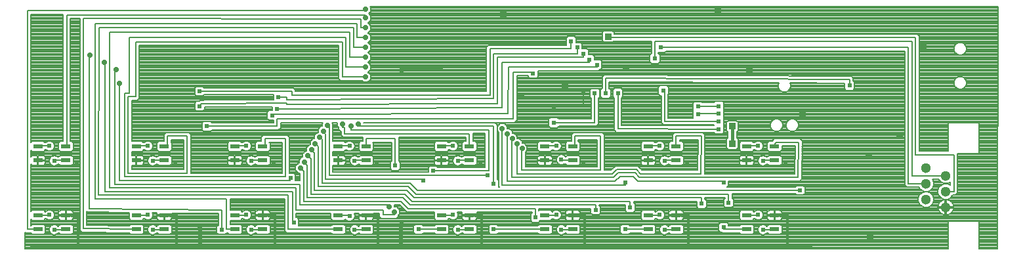
<source format=gbl>
G75*
%MOIN*%
%OFA0B0*%
%FSLAX25Y25*%
%IPPOS*%
%LPD*%
%AMOC8*
5,1,8,0,0,1.08239X$1,22.5*
%
%ADD10C,0.05118*%
%ADD11R,0.04724X0.02362*%
%ADD12C,0.02400*%
%ADD13C,0.01200*%
%ADD14R,0.02381X0.02381*%
%ADD15C,0.02000*%
%ADD16R,0.02184X0.02184*%
%ADD17C,0.00800*%
%ADD18C,0.02381*%
%ADD19R,0.02400X0.02400*%
%ADD20R,0.03169X0.03169*%
%ADD21C,0.01600*%
%ADD22OC8,0.02381*%
D10*
X0461721Y0053600D03*
X0471721Y0049663D03*
X0471721Y0057694D03*
X0461721Y0061631D03*
X0471721Y0065726D03*
X0461721Y0069663D03*
D11*
X0384753Y0073482D03*
X0370580Y0073482D03*
X0370580Y0080568D03*
X0384753Y0080568D03*
X0334753Y0080568D03*
X0320580Y0080568D03*
X0320580Y0073482D03*
X0334753Y0073482D03*
X0282253Y0073482D03*
X0268080Y0073482D03*
X0268080Y0080568D03*
X0282253Y0080568D03*
X0229753Y0080568D03*
X0215580Y0080568D03*
X0215580Y0073482D03*
X0229753Y0073482D03*
X0177253Y0073482D03*
X0163080Y0073482D03*
X0163080Y0080568D03*
X0177253Y0080568D03*
X0124753Y0080568D03*
X0110580Y0080568D03*
X0110580Y0073482D03*
X0124753Y0073482D03*
X0074753Y0073482D03*
X0060580Y0073482D03*
X0060580Y0080568D03*
X0074753Y0080568D03*
X0024753Y0080568D03*
X0010580Y0080568D03*
X0010580Y0073482D03*
X0024753Y0073482D03*
X0024753Y0045568D03*
X0010580Y0045568D03*
X0010580Y0038482D03*
X0024753Y0038482D03*
X0060580Y0038482D03*
X0074753Y0038482D03*
X0074753Y0045568D03*
X0060580Y0045568D03*
X0110580Y0045568D03*
X0124753Y0045568D03*
X0124753Y0038482D03*
X0110580Y0038482D03*
X0163080Y0038482D03*
X0177253Y0038482D03*
X0177253Y0045568D03*
X0163080Y0045568D03*
X0215580Y0045568D03*
X0229753Y0045568D03*
X0229753Y0038482D03*
X0215580Y0038482D03*
X0268080Y0038482D03*
X0282253Y0038482D03*
X0282253Y0045568D03*
X0268080Y0045568D03*
X0320580Y0045568D03*
X0334753Y0045568D03*
X0334753Y0038482D03*
X0320580Y0038482D03*
X0370580Y0038482D03*
X0384753Y0038482D03*
X0384753Y0045568D03*
X0370580Y0045568D03*
D12*
X0391417Y0029525D02*
X0340792Y0029525D01*
X0288292Y0029525D01*
X0235792Y0029525D01*
X0195020Y0029525D01*
X0183292Y0029525D01*
X0130792Y0029525D01*
X0092807Y0029525D01*
X0080792Y0029525D01*
X0030792Y0029525D01*
X0007667Y0029525D01*
X0391417Y0029525D02*
X0402667Y0029525D01*
D13*
X0391417Y0029525D02*
X0391417Y0045775D01*
X0386417Y0045775D01*
X0340792Y0045775D02*
X0340792Y0029525D01*
X0340792Y0045775D02*
X0335167Y0045775D01*
X0288292Y0045775D02*
X0288292Y0029525D01*
X0288292Y0045775D02*
X0283917Y0045775D01*
X0235792Y0045775D02*
X0235792Y0029525D01*
X0235792Y0045775D02*
X0230167Y0045775D01*
X0183292Y0045775D02*
X0183292Y0029525D01*
X0183292Y0045775D02*
X0178917Y0045775D01*
X0130792Y0045775D02*
X0130792Y0029525D01*
X0130792Y0045775D02*
X0126417Y0045775D01*
X0080792Y0045775D02*
X0080792Y0029525D01*
X0030792Y0029525D02*
X0030792Y0045775D01*
X0026417Y0045775D01*
X0076417Y0045775D02*
X0080792Y0045775D01*
D14*
X0195167Y0040775D03*
X0096417Y0090775D03*
X0262042Y0117707D03*
X0287553Y0127689D03*
X0290620Y0124603D03*
X0294542Y0122025D03*
X0284485Y0130775D03*
X0281417Y0133900D03*
D15*
X0215167Y0120440D02*
X0195167Y0120440D01*
X0195167Y0118275D01*
X0195167Y0040775D02*
X0195020Y0040775D01*
X0195020Y0029525D01*
X0092807Y0029525D02*
X0092807Y0039525D01*
X0092667Y0039525D01*
D16*
X0092667Y0039525D03*
X0103917Y0038275D03*
X0140479Y0042025D03*
X0203917Y0038482D03*
X0242042Y0038482D03*
X0263292Y0044525D03*
X0293917Y0048275D03*
X0311417Y0049525D03*
X0308917Y0038482D03*
X0347667Y0051552D03*
X0361417Y0052025D03*
X0358917Y0062337D03*
X0397667Y0058275D03*
X0358917Y0039525D03*
X0308917Y0062337D03*
X0242042Y0061450D03*
X0238917Y0065775D03*
X0211417Y0068275D03*
X0206417Y0063275D03*
X0192042Y0070775D03*
X0138917Y0064525D03*
X0129542Y0096400D03*
X0132042Y0099525D03*
X0132667Y0105520D03*
X0092667Y0108587D03*
X0092667Y0101045D03*
X0195167Y0118275D03*
X0215167Y0120440D03*
D17*
X0004067Y0037058D02*
X0004067Y0028425D01*
X0472876Y0028425D01*
X0472876Y0042328D01*
X0473111Y0042563D01*
X0488442Y0042563D01*
X0488676Y0042328D01*
X0488676Y0028425D01*
X0497957Y0028425D01*
X0498193Y0151625D01*
X0179208Y0151625D01*
X0179616Y0151217D01*
X0179616Y0149083D01*
X0178718Y0148185D01*
X0178826Y0148077D01*
X0178826Y0147632D01*
X0179616Y0146842D01*
X0179616Y0144708D01*
X0178183Y0143275D01*
X0179616Y0141842D01*
X0179616Y0139708D01*
X0178183Y0138275D01*
X0179616Y0136842D01*
X0179616Y0134708D01*
X0178183Y0133275D01*
X0179616Y0131842D01*
X0179616Y0129708D01*
X0178183Y0128275D01*
X0179616Y0126842D01*
X0179616Y0124708D01*
X0178183Y0123275D01*
X0179616Y0121842D01*
X0179616Y0119708D01*
X0178183Y0118275D01*
X0179616Y0116842D01*
X0179616Y0114708D01*
X0178108Y0113200D01*
X0175975Y0113200D01*
X0175185Y0113991D01*
X0164428Y0113991D01*
X0163382Y0115036D01*
X0163382Y0131803D01*
X0061951Y0131803D01*
X0061951Y0105036D01*
X0060906Y0103991D01*
X0058201Y0103991D01*
X0058201Y0083134D01*
X0063516Y0083134D01*
X0064090Y0082559D01*
X0064560Y0082559D01*
X0064958Y0082958D01*
X0065904Y0083350D01*
X0066929Y0083350D01*
X0067875Y0082958D01*
X0068599Y0082234D01*
X0068991Y0081287D01*
X0068991Y0080263D01*
X0068599Y0079316D01*
X0067875Y0078592D01*
X0066929Y0078200D01*
X0065904Y0078200D01*
X0064958Y0078592D01*
X0064560Y0078991D01*
X0064326Y0078991D01*
X0064326Y0078814D01*
X0063516Y0078003D01*
X0058201Y0078003D01*
X0058201Y0076063D01*
X0060389Y0076063D01*
X0060389Y0073672D01*
X0060771Y0073672D01*
X0064342Y0073672D01*
X0064342Y0074847D01*
X0064247Y0075203D01*
X0064063Y0075522D01*
X0063802Y0075783D01*
X0063483Y0075967D01*
X0063127Y0076063D01*
X0060771Y0076063D01*
X0060771Y0073672D01*
X0060771Y0073291D01*
X0064342Y0073291D01*
X0064342Y0072116D01*
X0064247Y0071760D01*
X0064063Y0071441D01*
X0063802Y0071180D01*
X0063483Y0070996D01*
X0063127Y0070901D01*
X0060771Y0070901D01*
X0060771Y0073291D01*
X0060389Y0073291D01*
X0060389Y0070901D01*
X0058201Y0070901D01*
X0058201Y0068809D01*
X0084632Y0068809D01*
X0084632Y0083991D01*
X0078201Y0083991D01*
X0078201Y0082622D01*
X0078500Y0082323D01*
X0078500Y0078814D01*
X0077689Y0078003D01*
X0071818Y0078003D01*
X0071007Y0078814D01*
X0071007Y0082323D01*
X0071818Y0083134D01*
X0074632Y0083134D01*
X0074632Y0086514D01*
X0075678Y0087559D01*
X0087156Y0087559D01*
X0088201Y0086514D01*
X0088201Y0066934D01*
X0134632Y0066934D01*
X0134632Y0082741D01*
X0128082Y0082741D01*
X0128500Y0082323D01*
X0128500Y0078814D01*
X0127689Y0078003D01*
X0121818Y0078003D01*
X0121007Y0078814D01*
X0121007Y0082323D01*
X0121818Y0083134D01*
X0124007Y0083134D01*
X0124007Y0085264D01*
X0125053Y0086309D01*
X0137156Y0086309D01*
X0138201Y0085264D01*
X0138201Y0067001D01*
X0140582Y0067001D01*
X0141393Y0066191D01*
X0141393Y0063184D01*
X0143695Y0063184D01*
X0143695Y0066950D01*
X0142850Y0066950D01*
X0141342Y0068458D01*
X0141342Y0070592D01*
X0142850Y0072100D01*
X0143217Y0072100D01*
X0143217Y0073717D01*
X0144725Y0075225D01*
X0145092Y0075225D01*
X0145092Y0076842D01*
X0146600Y0078350D01*
X0146967Y0078350D01*
X0146967Y0079967D01*
X0148475Y0081475D01*
X0148842Y0081475D01*
X0148842Y0083092D01*
X0150350Y0084600D01*
X0151029Y0084600D01*
X0151029Y0086217D01*
X0152538Y0087725D01*
X0152904Y0087725D01*
X0152904Y0089342D01*
X0154413Y0090850D01*
X0155092Y0090850D01*
X0155092Y0092467D01*
X0155366Y0092741D01*
X0133826Y0092741D01*
X0133826Y0090036D01*
X0132781Y0088991D01*
X0098971Y0088991D01*
X0098181Y0088200D01*
X0094653Y0088200D01*
X0093842Y0089011D01*
X0093842Y0092539D01*
X0094653Y0093350D01*
X0098181Y0093350D01*
X0098971Y0092559D01*
X0130257Y0092559D01*
X0130257Y0093924D01*
X0127876Y0093924D01*
X0127065Y0094734D01*
X0127065Y0098066D01*
X0127876Y0098876D01*
X0129565Y0098876D01*
X0129565Y0100670D01*
X0096084Y0100525D01*
X0096074Y0100515D01*
X0095143Y0100515D01*
X0095143Y0099379D01*
X0094332Y0098569D01*
X0091001Y0098569D01*
X0090190Y0099379D01*
X0090190Y0102710D01*
X0091001Y0103521D01*
X0092439Y0103521D01*
X0092868Y0104022D01*
X0092947Y0104028D01*
X0093003Y0104084D01*
X0093673Y0104084D01*
X0094341Y0104135D01*
X0094402Y0104084D01*
X0094591Y0104084D01*
X0094595Y0104088D01*
X0094599Y0104088D01*
X0094603Y0104091D01*
X0095337Y0104091D01*
X0130190Y0104241D01*
X0130190Y0106803D01*
X0095024Y0106803D01*
X0094332Y0106111D01*
X0091001Y0106111D01*
X0090190Y0106922D01*
X0090190Y0110253D01*
X0091001Y0111064D01*
X0094332Y0111064D01*
X0095024Y0110372D01*
X0140231Y0110372D01*
X0141276Y0109327D01*
X0141276Y0108497D01*
X0238382Y0108497D01*
X0238382Y0130889D01*
X0239428Y0131934D01*
X0279044Y0131934D01*
X0278842Y0132136D01*
X0278842Y0135664D01*
X0279653Y0136475D01*
X0283181Y0136475D01*
X0283991Y0135664D01*
X0283991Y0133350D01*
X0286249Y0133350D01*
X0287059Y0132539D01*
X0287059Y0130264D01*
X0289316Y0130264D01*
X0290127Y0129453D01*
X0290127Y0127177D01*
X0292384Y0127177D01*
X0293195Y0126367D01*
X0293195Y0124600D01*
X0296306Y0124600D01*
X0297116Y0123789D01*
X0297116Y0120261D01*
X0296306Y0119450D01*
X0295740Y0119450D01*
X0295281Y0118991D01*
X0264616Y0118991D01*
X0264616Y0115943D01*
X0263806Y0115132D01*
X0260278Y0115132D01*
X0259467Y0115943D01*
X0259467Y0116491D01*
X0253826Y0116491D01*
X0253826Y0093786D01*
X0252781Y0092741D01*
X0175866Y0092741D01*
X0175866Y0092559D01*
X0242781Y0092559D01*
X0243826Y0091514D01*
X0243826Y0063808D01*
X0244518Y0063116D01*
X0244518Y0060059D01*
X0244922Y0060059D01*
X0244632Y0060348D01*
X0244632Y0087668D01*
X0243842Y0088458D01*
X0243842Y0090592D01*
X0245350Y0092100D01*
X0247483Y0092100D01*
X0248991Y0090592D01*
X0248991Y0089600D01*
X0250058Y0089600D01*
X0251566Y0088092D01*
X0251566Y0087100D01*
X0252558Y0087100D01*
X0254066Y0085592D01*
X0254066Y0084600D01*
X0255058Y0084600D01*
X0256566Y0083092D01*
X0256566Y0082100D01*
X0257558Y0082100D01*
X0259066Y0080592D01*
X0259066Y0078458D01*
X0258201Y0077593D01*
X0258201Y0070372D01*
X0294632Y0070372D01*
X0294632Y0083991D01*
X0285076Y0083991D01*
X0285076Y0083134D01*
X0285189Y0083134D01*
X0286000Y0082323D01*
X0286000Y0078814D01*
X0285189Y0078003D01*
X0279318Y0078003D01*
X0278507Y0078814D01*
X0278507Y0082323D01*
X0279318Y0083134D01*
X0281507Y0083134D01*
X0281507Y0086514D01*
X0282553Y0087559D01*
X0297156Y0087559D01*
X0298201Y0086514D01*
X0298201Y0068497D01*
X0301645Y0068497D01*
X0303832Y0070684D01*
X0315281Y0070684D01*
X0316326Y0069639D01*
X0317468Y0068497D01*
X0345599Y0068497D01*
X0345853Y0083991D01*
X0336538Y0083991D01*
X0336538Y0083134D01*
X0337689Y0083134D01*
X0338500Y0082323D01*
X0338500Y0078814D01*
X0337689Y0078003D01*
X0331818Y0078003D01*
X0331007Y0078814D01*
X0331007Y0082323D01*
X0331818Y0083134D01*
X0332969Y0083134D01*
X0332969Y0086514D01*
X0334014Y0087559D01*
X0346945Y0087559D01*
X0346957Y0087571D01*
X0347681Y0087559D01*
X0348406Y0087559D01*
X0348418Y0087547D01*
X0348435Y0087547D01*
X0348939Y0087026D01*
X0349451Y0086514D01*
X0349451Y0086497D01*
X0349463Y0086485D01*
X0349451Y0085760D01*
X0349451Y0085036D01*
X0349439Y0085024D01*
X0349138Y0066698D01*
X0349138Y0066622D01*
X0394976Y0066622D01*
X0395226Y0080866D01*
X0388500Y0080866D01*
X0388500Y0078814D01*
X0387689Y0078003D01*
X0381818Y0078003D01*
X0381007Y0078814D01*
X0381007Y0082323D01*
X0381818Y0083134D01*
X0383594Y0083134D01*
X0383594Y0083389D01*
X0383799Y0083594D01*
X0383882Y0083871D01*
X0384302Y0084097D01*
X0384639Y0084434D01*
X0384929Y0084434D01*
X0385183Y0084571D01*
X0385640Y0084434D01*
X0396321Y0084434D01*
X0396334Y0084447D01*
X0397057Y0084434D01*
X0397781Y0084434D01*
X0397794Y0084421D01*
X0397812Y0084421D01*
X0398315Y0083900D01*
X0398826Y0083389D01*
X0398826Y0083371D01*
X0398839Y0083358D01*
X0398826Y0082634D01*
X0398826Y0081911D01*
X0398813Y0081898D01*
X0398513Y0064822D01*
X0398513Y0064098D01*
X0398500Y0064086D01*
X0398500Y0064067D01*
X0397980Y0063565D01*
X0397468Y0063053D01*
X0397450Y0063053D01*
X0397437Y0063041D01*
X0396713Y0063053D01*
X0361393Y0063053D01*
X0361393Y0060672D01*
X0360780Y0060059D01*
X0395309Y0060059D01*
X0396001Y0060751D01*
X0399332Y0060751D01*
X0400143Y0059941D01*
X0400143Y0056609D01*
X0399332Y0055799D01*
X0396001Y0055799D01*
X0395309Y0056491D01*
X0363201Y0056491D01*
X0363201Y0054383D01*
X0363893Y0053691D01*
X0363893Y0050359D01*
X0363082Y0049549D01*
X0359751Y0049549D01*
X0358940Y0050359D01*
X0358940Y0053691D01*
X0359632Y0054383D01*
X0359632Y0054616D01*
X0349451Y0054616D01*
X0349451Y0053909D01*
X0350143Y0053217D01*
X0350143Y0049886D01*
X0349332Y0049075D01*
X0346001Y0049075D01*
X0345190Y0049886D01*
X0345190Y0052741D01*
X0313201Y0052741D01*
X0313201Y0051883D01*
X0313893Y0051191D01*
X0313893Y0047859D01*
X0313082Y0047049D01*
X0309751Y0047049D01*
X0308940Y0047859D01*
X0308940Y0050866D01*
X0295701Y0050866D01*
X0295701Y0050633D01*
X0296393Y0049941D01*
X0296393Y0046609D01*
X0295582Y0045799D01*
X0292251Y0045799D01*
X0291440Y0046609D01*
X0291440Y0048991D01*
X0265076Y0048991D01*
X0265076Y0048065D01*
X0265144Y0048134D01*
X0271016Y0048134D01*
X0271797Y0047353D01*
X0271853Y0047353D01*
X0272458Y0047958D01*
X0273404Y0048350D01*
X0274429Y0048350D01*
X0275375Y0047958D01*
X0276099Y0047234D01*
X0276491Y0046287D01*
X0276491Y0045263D01*
X0276099Y0044316D01*
X0275375Y0043592D01*
X0274429Y0043200D01*
X0273404Y0043200D01*
X0272458Y0043592D01*
X0272266Y0043784D01*
X0271797Y0043784D01*
X0271016Y0043003D01*
X0265768Y0043003D01*
X0265768Y0042859D01*
X0264957Y0042049D01*
X0261626Y0042049D01*
X0260815Y0042859D01*
X0260815Y0046191D01*
X0261507Y0046883D01*
X0261507Y0047116D01*
X0233467Y0047116D01*
X0233515Y0046934D01*
X0233515Y0045759D01*
X0229944Y0045759D01*
X0229944Y0045378D01*
X0233515Y0045378D01*
X0233515Y0044203D01*
X0233420Y0043847D01*
X0233236Y0043528D01*
X0232975Y0043267D01*
X0232656Y0043083D01*
X0232300Y0042987D01*
X0229944Y0042987D01*
X0229944Y0045378D01*
X0229563Y0045378D01*
X0229563Y0042987D01*
X0227207Y0042987D01*
X0226851Y0043083D01*
X0226531Y0043267D01*
X0226271Y0043528D01*
X0226086Y0043847D01*
X0225991Y0044203D01*
X0225991Y0045378D01*
X0229563Y0045378D01*
X0229563Y0045759D01*
X0225991Y0045759D01*
X0225991Y0046934D01*
X0226040Y0047116D01*
X0223648Y0047116D01*
X0223991Y0046287D01*
X0223991Y0045263D01*
X0223599Y0044316D01*
X0222875Y0043592D01*
X0221929Y0043200D01*
X0220904Y0043200D01*
X0219958Y0043592D01*
X0219766Y0043784D01*
X0219297Y0043784D01*
X0218516Y0043003D01*
X0212644Y0043003D01*
X0211834Y0043814D01*
X0211834Y0047116D01*
X0198003Y0047116D01*
X0196957Y0048161D01*
X0194253Y0050866D01*
X0191491Y0050866D01*
X0191491Y0049912D01*
X0192796Y0049912D01*
X0194304Y0048404D01*
X0194304Y0046271D01*
X0193513Y0045480D01*
X0193513Y0045036D01*
X0192468Y0043991D01*
X0185053Y0043991D01*
X0184007Y0045036D01*
X0184007Y0046491D01*
X0181015Y0046491D01*
X0181015Y0045759D01*
X0177444Y0045759D01*
X0177444Y0045378D01*
X0181015Y0045378D01*
X0181015Y0044203D01*
X0180920Y0043847D01*
X0180736Y0043528D01*
X0180475Y0043267D01*
X0180156Y0043083D01*
X0179800Y0042987D01*
X0177444Y0042987D01*
X0177444Y0045378D01*
X0177063Y0045378D01*
X0177063Y0042987D01*
X0174707Y0042987D01*
X0174351Y0043083D01*
X0174031Y0043267D01*
X0173771Y0043528D01*
X0173586Y0043847D01*
X0173491Y0044203D01*
X0173491Y0045378D01*
X0177063Y0045378D01*
X0177063Y0045759D01*
X0173491Y0045759D01*
X0173491Y0046491D01*
X0171148Y0046491D01*
X0171491Y0045662D01*
X0171491Y0044638D01*
X0171099Y0043691D01*
X0170375Y0042967D01*
X0169429Y0042575D01*
X0168404Y0042575D01*
X0167458Y0042967D01*
X0166734Y0043691D01*
X0166725Y0043712D01*
X0166016Y0043003D01*
X0160144Y0043003D01*
X0159334Y0043814D01*
X0159334Y0046491D01*
X0141638Y0046491D01*
X0141638Y0044501D01*
X0142145Y0044501D01*
X0142956Y0043691D01*
X0142956Y0040359D01*
X0142862Y0040266D01*
X0159363Y0040266D01*
X0160144Y0041047D01*
X0166016Y0041047D01*
X0166826Y0040236D01*
X0166826Y0036727D01*
X0166016Y0035916D01*
X0160144Y0035916D01*
X0159363Y0036697D01*
X0136928Y0036697D01*
X0135882Y0037743D01*
X0135882Y0053991D01*
X0108201Y0053991D01*
X0108201Y0048134D01*
X0113516Y0048134D01*
X0114297Y0047353D01*
X0114353Y0047353D01*
X0114958Y0047958D01*
X0115904Y0048350D01*
X0116929Y0048350D01*
X0117875Y0047958D01*
X0118599Y0047234D01*
X0118991Y0046287D01*
X0118991Y0045263D01*
X0118599Y0044316D01*
X0117875Y0043592D01*
X0116929Y0043200D01*
X0115904Y0043200D01*
X0114958Y0043592D01*
X0114766Y0043784D01*
X0114297Y0043784D01*
X0113516Y0043003D01*
X0108201Y0043003D01*
X0108201Y0041047D01*
X0113516Y0041047D01*
X0114326Y0040236D01*
X0114326Y0036727D01*
X0113516Y0035916D01*
X0107644Y0035916D01*
X0106863Y0036697D01*
X0106393Y0036697D01*
X0106393Y0036609D01*
X0105582Y0035799D01*
X0102251Y0035799D01*
X0101440Y0036609D01*
X0101440Y0039941D01*
X0102132Y0040633D01*
X0102132Y0046507D01*
X0078515Y0046727D01*
X0078515Y0045759D01*
X0074944Y0045759D01*
X0074944Y0045378D01*
X0078515Y0045378D01*
X0078515Y0044203D01*
X0078420Y0043847D01*
X0078236Y0043528D01*
X0077975Y0043267D01*
X0077656Y0043083D01*
X0077300Y0042987D01*
X0074944Y0042987D01*
X0074944Y0045378D01*
X0074563Y0045378D01*
X0074563Y0042987D01*
X0072207Y0042987D01*
X0071851Y0043083D01*
X0071531Y0043267D01*
X0071271Y0043528D01*
X0071086Y0043847D01*
X0070991Y0044203D01*
X0070991Y0045378D01*
X0074563Y0045378D01*
X0074563Y0045759D01*
X0070991Y0045759D01*
X0070991Y0046797D01*
X0068772Y0046817D01*
X0068991Y0046287D01*
X0068991Y0045263D01*
X0068599Y0044316D01*
X0067875Y0043592D01*
X0066929Y0043200D01*
X0065904Y0043200D01*
X0064958Y0043592D01*
X0064766Y0043784D01*
X0064297Y0043784D01*
X0063516Y0043003D01*
X0057644Y0043003D01*
X0056834Y0043814D01*
X0056834Y0046928D01*
X0036630Y0047116D01*
X0035899Y0047116D01*
X0035893Y0047123D01*
X0035883Y0047123D01*
X0035388Y0047626D01*
X0035388Y0040558D01*
X0056906Y0040309D01*
X0057644Y0041047D01*
X0063516Y0041047D01*
X0064326Y0040236D01*
X0064326Y0036727D01*
X0063516Y0035916D01*
X0057644Y0035916D01*
X0056834Y0036727D01*
X0056834Y0036741D01*
X0033594Y0037010D01*
X0032865Y0037010D01*
X0032857Y0037018D01*
X0032844Y0037019D01*
X0032335Y0037540D01*
X0031820Y0038055D01*
X0031820Y0038067D01*
X0031811Y0038076D01*
X0031820Y0038804D01*
X0031820Y0144726D01*
X0031818Y0144727D01*
X0031820Y0145464D01*
X0031820Y0145553D01*
X0026951Y0145553D01*
X0026951Y0083134D01*
X0027689Y0083134D01*
X0028500Y0082323D01*
X0028500Y0078814D01*
X0027689Y0078003D01*
X0021818Y0078003D01*
X0021007Y0078814D01*
X0021007Y0082323D01*
X0021818Y0083134D01*
X0023382Y0083134D01*
X0023382Y0147741D01*
X0006951Y0147741D01*
X0006951Y0082440D01*
X0007644Y0083134D01*
X0013516Y0083134D01*
X0014090Y0082559D01*
X0014560Y0082559D01*
X0014958Y0082958D01*
X0015904Y0083350D01*
X0016929Y0083350D01*
X0017875Y0082958D01*
X0018599Y0082234D01*
X0018991Y0081287D01*
X0018991Y0080263D01*
X0018599Y0079316D01*
X0017875Y0078592D01*
X0016929Y0078200D01*
X0015904Y0078200D01*
X0014958Y0078592D01*
X0014560Y0078991D01*
X0014326Y0078991D01*
X0014326Y0078814D01*
X0013516Y0078003D01*
X0007644Y0078003D01*
X0006951Y0078697D01*
X0006951Y0075268D01*
X0007098Y0075522D01*
X0007358Y0075783D01*
X0007677Y0075967D01*
X0008034Y0076063D01*
X0010389Y0076063D01*
X0010389Y0073672D01*
X0010771Y0073672D01*
X0014342Y0073672D01*
X0014342Y0074847D01*
X0014247Y0075203D01*
X0014063Y0075522D01*
X0013802Y0075783D01*
X0013483Y0075967D01*
X0013127Y0076063D01*
X0010771Y0076063D01*
X0010771Y0073672D01*
X0010771Y0073291D01*
X0014342Y0073291D01*
X0014342Y0072116D01*
X0014247Y0071760D01*
X0014063Y0071441D01*
X0013802Y0071180D01*
X0013483Y0070996D01*
X0013127Y0070901D01*
X0010771Y0070901D01*
X0010771Y0073291D01*
X0010389Y0073291D01*
X0010389Y0070901D01*
X0008034Y0070901D01*
X0007677Y0070996D01*
X0007358Y0071180D01*
X0007098Y0071441D01*
X0006951Y0071695D01*
X0006951Y0047440D01*
X0007644Y0048134D01*
X0013516Y0048134D01*
X0014297Y0047353D01*
X0014353Y0047353D01*
X0014958Y0047958D01*
X0015904Y0048350D01*
X0016929Y0048350D01*
X0017875Y0047958D01*
X0018599Y0047234D01*
X0018991Y0046287D01*
X0018991Y0045263D01*
X0018599Y0044316D01*
X0017875Y0043592D01*
X0016929Y0043200D01*
X0015904Y0043200D01*
X0014958Y0043592D01*
X0014766Y0043784D01*
X0014297Y0043784D01*
X0013516Y0043003D01*
X0007644Y0043003D01*
X0006951Y0043697D01*
X0006951Y0040353D01*
X0007644Y0041047D01*
X0013516Y0041047D01*
X0014326Y0040236D01*
X0014326Y0036727D01*
X0013516Y0035916D01*
X0007644Y0035916D01*
X0006863Y0036697D01*
X0004428Y0036697D01*
X0004067Y0037058D01*
X0004067Y0036607D02*
X0006954Y0036607D01*
X0005167Y0038482D02*
X0010580Y0038482D01*
X0014326Y0038204D02*
X0016342Y0038204D01*
X0016342Y0037763D02*
X0016734Y0036816D01*
X0017458Y0036092D01*
X0018404Y0035700D01*
X0019429Y0035700D01*
X0020375Y0036092D01*
X0020774Y0036491D01*
X0021243Y0036491D01*
X0021818Y0035916D01*
X0027689Y0035916D01*
X0028500Y0036727D01*
X0028500Y0040236D01*
X0027689Y0041047D01*
X0021818Y0041047D01*
X0021007Y0040236D01*
X0021007Y0040059D01*
X0020774Y0040059D01*
X0020375Y0040458D01*
X0019429Y0040850D01*
X0018404Y0040850D01*
X0017458Y0040458D01*
X0016734Y0039734D01*
X0016342Y0038787D01*
X0016342Y0037763D01*
X0016490Y0037406D02*
X0014326Y0037406D01*
X0014206Y0036607D02*
X0016943Y0036607D01*
X0018143Y0035809D02*
X0004067Y0035809D01*
X0004067Y0035010D02*
X0472876Y0035010D01*
X0472876Y0034212D02*
X0004067Y0034212D01*
X0004067Y0033413D02*
X0472876Y0033413D01*
X0472876Y0032615D02*
X0004067Y0032615D01*
X0004067Y0031816D02*
X0472876Y0031816D01*
X0472876Y0031018D02*
X0004067Y0031018D01*
X0004067Y0030219D02*
X0472876Y0030219D01*
X0472876Y0029421D02*
X0004067Y0029421D01*
X0004067Y0028622D02*
X0472876Y0028622D01*
X0488676Y0028622D02*
X0497958Y0028622D01*
X0497959Y0029421D02*
X0488676Y0029421D01*
X0488676Y0030219D02*
X0497961Y0030219D01*
X0497962Y0031018D02*
X0488676Y0031018D01*
X0488676Y0031816D02*
X0497964Y0031816D01*
X0497965Y0032615D02*
X0488676Y0032615D01*
X0488676Y0033413D02*
X0497967Y0033413D01*
X0497968Y0034212D02*
X0488676Y0034212D01*
X0488676Y0035010D02*
X0497970Y0035010D01*
X0497971Y0035809D02*
X0488676Y0035809D01*
X0488676Y0036607D02*
X0497973Y0036607D01*
X0497975Y0037406D02*
X0488676Y0037406D01*
X0488676Y0038204D02*
X0497976Y0038204D01*
X0497978Y0039003D02*
X0488676Y0039003D01*
X0488676Y0039801D02*
X0497979Y0039801D01*
X0497981Y0040600D02*
X0488676Y0040600D01*
X0488676Y0041398D02*
X0497982Y0041398D01*
X0497984Y0042197D02*
X0488676Y0042197D01*
X0497985Y0042995D02*
X0387330Y0042995D01*
X0387300Y0042987D02*
X0387656Y0043083D01*
X0387975Y0043267D01*
X0388236Y0043528D01*
X0388420Y0043847D01*
X0388515Y0044203D01*
X0388515Y0045378D01*
X0384944Y0045378D01*
X0384944Y0045759D01*
X0388515Y0045759D01*
X0388515Y0046934D01*
X0388420Y0047290D01*
X0388236Y0047609D01*
X0387975Y0047870D01*
X0387656Y0048054D01*
X0387300Y0048149D01*
X0384944Y0048149D01*
X0384944Y0045759D01*
X0384563Y0045759D01*
X0384563Y0048149D01*
X0382207Y0048149D01*
X0381851Y0048054D01*
X0381531Y0047870D01*
X0381271Y0047609D01*
X0381086Y0047290D01*
X0380991Y0046934D01*
X0380991Y0045759D01*
X0384563Y0045759D01*
X0384563Y0045378D01*
X0384944Y0045378D01*
X0384944Y0042987D01*
X0387300Y0042987D01*
X0388389Y0043794D02*
X0497987Y0043794D01*
X0497988Y0044592D02*
X0388515Y0044592D01*
X0388191Y0045568D02*
X0384753Y0045568D01*
X0384563Y0045391D02*
X0378991Y0045391D01*
X0378991Y0045263D02*
X0378991Y0046287D01*
X0378599Y0047234D01*
X0377875Y0047958D01*
X0376929Y0048350D01*
X0375904Y0048350D01*
X0374958Y0047958D01*
X0374353Y0047353D01*
X0374297Y0047353D01*
X0373516Y0048134D01*
X0367644Y0048134D01*
X0366834Y0047323D01*
X0366834Y0043814D01*
X0367644Y0043003D01*
X0373516Y0043003D01*
X0374297Y0043784D01*
X0374766Y0043784D01*
X0374958Y0043592D01*
X0375904Y0043200D01*
X0376929Y0043200D01*
X0377875Y0043592D01*
X0378599Y0044316D01*
X0378991Y0045263D01*
X0378714Y0044592D02*
X0380991Y0044592D01*
X0380991Y0044203D02*
X0381086Y0043847D01*
X0381271Y0043528D01*
X0381531Y0043267D01*
X0381851Y0043083D01*
X0382207Y0042987D01*
X0384563Y0042987D01*
X0384563Y0045378D01*
X0380991Y0045378D01*
X0380991Y0044203D01*
X0381117Y0043794D02*
X0378077Y0043794D01*
X0378404Y0040850D02*
X0377458Y0040458D01*
X0376734Y0039734D01*
X0376342Y0038787D01*
X0376342Y0037763D01*
X0376734Y0036816D01*
X0377458Y0036092D01*
X0378404Y0035700D01*
X0379429Y0035700D01*
X0380375Y0036092D01*
X0380774Y0036491D01*
X0381243Y0036491D01*
X0381818Y0035916D01*
X0387689Y0035916D01*
X0388500Y0036727D01*
X0388500Y0040236D01*
X0387689Y0041047D01*
X0381818Y0041047D01*
X0381007Y0040236D01*
X0381007Y0040059D01*
X0380774Y0040059D01*
X0380375Y0040458D01*
X0379429Y0040850D01*
X0378404Y0040850D01*
X0377801Y0040600D02*
X0373963Y0040600D01*
X0374326Y0040236D02*
X0373516Y0041047D01*
X0367644Y0041047D01*
X0366863Y0040266D01*
X0361393Y0040266D01*
X0361393Y0041191D01*
X0360582Y0042001D01*
X0357251Y0042001D01*
X0356440Y0041191D01*
X0356440Y0037859D01*
X0357251Y0037049D01*
X0357826Y0037049D01*
X0358178Y0036697D01*
X0366863Y0036697D01*
X0367644Y0035916D01*
X0373516Y0035916D01*
X0374326Y0036727D01*
X0374326Y0040236D01*
X0374326Y0039801D02*
X0376802Y0039801D01*
X0376431Y0039003D02*
X0374326Y0039003D01*
X0374326Y0038204D02*
X0376342Y0038204D01*
X0376490Y0037406D02*
X0374326Y0037406D01*
X0374206Y0036607D02*
X0376943Y0036607D01*
X0378143Y0035809D02*
X0329691Y0035809D01*
X0329429Y0035700D02*
X0330375Y0036092D01*
X0330774Y0036491D01*
X0331243Y0036491D01*
X0331818Y0035916D01*
X0337689Y0035916D01*
X0338500Y0036727D01*
X0338500Y0040236D01*
X0337689Y0041047D01*
X0331818Y0041047D01*
X0331007Y0040236D01*
X0331007Y0040059D01*
X0330774Y0040059D01*
X0330375Y0040458D01*
X0329429Y0040850D01*
X0328404Y0040850D01*
X0327458Y0040458D01*
X0326734Y0039734D01*
X0326342Y0038787D01*
X0326342Y0037763D01*
X0326734Y0036816D01*
X0327458Y0036092D01*
X0328404Y0035700D01*
X0329429Y0035700D01*
X0328143Y0035809D02*
X0277191Y0035809D01*
X0276929Y0035700D02*
X0277875Y0036092D01*
X0278274Y0036491D01*
X0278743Y0036491D01*
X0279318Y0035916D01*
X0285189Y0035916D01*
X0286000Y0036727D01*
X0286000Y0040236D01*
X0285189Y0041047D01*
X0279318Y0041047D01*
X0278507Y0040236D01*
X0278507Y0040059D01*
X0278274Y0040059D01*
X0277875Y0040458D01*
X0276929Y0040850D01*
X0275904Y0040850D01*
X0274958Y0040458D01*
X0274234Y0039734D01*
X0273842Y0038787D01*
X0273842Y0037763D01*
X0274234Y0036816D01*
X0274958Y0036092D01*
X0275904Y0035700D01*
X0276929Y0035700D01*
X0275643Y0035809D02*
X0224691Y0035809D01*
X0224429Y0035700D02*
X0225375Y0036092D01*
X0225774Y0036491D01*
X0226243Y0036491D01*
X0226818Y0035916D01*
X0232689Y0035916D01*
X0233500Y0036727D01*
X0233500Y0040236D01*
X0232689Y0041047D01*
X0226818Y0041047D01*
X0226007Y0040236D01*
X0226007Y0040059D01*
X0225774Y0040059D01*
X0225375Y0040458D01*
X0224429Y0040850D01*
X0223404Y0040850D01*
X0222458Y0040458D01*
X0221734Y0039734D01*
X0221342Y0038787D01*
X0221342Y0037763D01*
X0221734Y0036816D01*
X0222458Y0036092D01*
X0223404Y0035700D01*
X0224429Y0035700D01*
X0223143Y0035809D02*
X0172191Y0035809D01*
X0171929Y0035700D02*
X0172875Y0036092D01*
X0173274Y0036491D01*
X0173743Y0036491D01*
X0174318Y0035916D01*
X0180189Y0035916D01*
X0181000Y0036727D01*
X0181000Y0040236D01*
X0180189Y0041047D01*
X0174318Y0041047D01*
X0173507Y0040236D01*
X0173507Y0040059D01*
X0173274Y0040059D01*
X0172875Y0040458D01*
X0171929Y0040850D01*
X0170904Y0040850D01*
X0169958Y0040458D01*
X0169234Y0039734D01*
X0168842Y0038787D01*
X0168842Y0037763D01*
X0169234Y0036816D01*
X0169958Y0036092D01*
X0170904Y0035700D01*
X0171929Y0035700D01*
X0170643Y0035809D02*
X0119691Y0035809D01*
X0119429Y0035700D02*
X0120375Y0036092D01*
X0120774Y0036491D01*
X0121243Y0036491D01*
X0121818Y0035916D01*
X0127689Y0035916D01*
X0128500Y0036727D01*
X0128500Y0040236D01*
X0127689Y0041047D01*
X0121818Y0041047D01*
X0121007Y0040236D01*
X0121007Y0040059D01*
X0120774Y0040059D01*
X0120375Y0040458D01*
X0119429Y0040850D01*
X0118404Y0040850D01*
X0117458Y0040458D01*
X0116734Y0039734D01*
X0116342Y0038787D01*
X0116342Y0037763D01*
X0116734Y0036816D01*
X0117458Y0036092D01*
X0118404Y0035700D01*
X0119429Y0035700D01*
X0118143Y0035809D02*
X0105592Y0035809D01*
X0106391Y0036607D02*
X0106954Y0036607D01*
X0106417Y0038482D02*
X0110580Y0038482D01*
X0114326Y0038204D02*
X0116342Y0038204D01*
X0116431Y0039003D02*
X0114326Y0039003D01*
X0114326Y0039801D02*
X0116802Y0039801D01*
X0117801Y0040600D02*
X0113963Y0040600D01*
X0114326Y0037406D02*
X0116490Y0037406D01*
X0116943Y0036607D02*
X0114206Y0036607D01*
X0118917Y0038275D02*
X0124753Y0038275D01*
X0124753Y0038482D01*
X0128500Y0038204D02*
X0135882Y0038204D01*
X0135882Y0039003D02*
X0128500Y0039003D01*
X0128500Y0039801D02*
X0135882Y0039801D01*
X0135882Y0040600D02*
X0128136Y0040600D01*
X0128500Y0037406D02*
X0136219Y0037406D01*
X0137667Y0038482D02*
X0163080Y0038482D01*
X0166826Y0038204D02*
X0168842Y0038204D01*
X0168931Y0039003D02*
X0166826Y0039003D01*
X0166826Y0039801D02*
X0169302Y0039801D01*
X0170301Y0040600D02*
X0166463Y0040600D01*
X0166826Y0037406D02*
X0168990Y0037406D01*
X0169443Y0036607D02*
X0166706Y0036607D01*
X0171417Y0038275D02*
X0177253Y0038275D01*
X0177253Y0038482D01*
X0181000Y0038204D02*
X0201440Y0038204D01*
X0201440Y0037406D02*
X0181000Y0037406D01*
X0180880Y0036607D02*
X0201649Y0036607D01*
X0201440Y0036816D02*
X0202251Y0036005D01*
X0205582Y0036005D01*
X0206274Y0036697D01*
X0211863Y0036697D01*
X0212644Y0035916D01*
X0218516Y0035916D01*
X0219326Y0036727D01*
X0219326Y0040236D01*
X0218516Y0041047D01*
X0212644Y0041047D01*
X0211863Y0040266D01*
X0206274Y0040266D01*
X0205582Y0040958D01*
X0202251Y0040958D01*
X0201440Y0040147D01*
X0201440Y0036816D01*
X0201440Y0039003D02*
X0181000Y0039003D01*
X0181000Y0039801D02*
X0201440Y0039801D01*
X0201893Y0040600D02*
X0180636Y0040600D01*
X0173870Y0040600D02*
X0172533Y0040600D01*
X0170403Y0042995D02*
X0174677Y0042995D01*
X0173617Y0043794D02*
X0171142Y0043794D01*
X0171473Y0044592D02*
X0173491Y0044592D01*
X0173491Y0046189D02*
X0171273Y0046189D01*
X0171491Y0045391D02*
X0177063Y0045391D01*
X0177253Y0045568D02*
X0180691Y0045568D01*
X0181015Y0046189D02*
X0184007Y0046189D01*
X0184007Y0045391D02*
X0177444Y0045391D01*
X0177444Y0044592D02*
X0177063Y0044592D01*
X0177063Y0043794D02*
X0177444Y0043794D01*
X0177444Y0042995D02*
X0177063Y0042995D01*
X0179830Y0042995D02*
X0227177Y0042995D01*
X0226117Y0043794D02*
X0223077Y0043794D01*
X0223714Y0044592D02*
X0225991Y0044592D01*
X0225991Y0046189D02*
X0223991Y0046189D01*
X0223991Y0045391D02*
X0229563Y0045391D01*
X0229753Y0045568D02*
X0233191Y0045568D01*
X0233515Y0046189D02*
X0260815Y0046189D01*
X0260815Y0045391D02*
X0229944Y0045391D01*
X0229944Y0044592D02*
X0229563Y0044592D01*
X0229563Y0043794D02*
X0229944Y0043794D01*
X0229944Y0042995D02*
X0229563Y0042995D01*
X0232330Y0042995D02*
X0260815Y0042995D01*
X0260815Y0043794D02*
X0233389Y0043794D01*
X0233515Y0044592D02*
X0260815Y0044592D01*
X0263292Y0044525D02*
X0263292Y0048900D01*
X0198742Y0048900D01*
X0194992Y0052650D01*
X0145479Y0052650D01*
X0145479Y0067963D01*
X0143917Y0069525D01*
X0142051Y0067749D02*
X0138201Y0067749D01*
X0138201Y0068548D02*
X0141342Y0068548D01*
X0141342Y0069346D02*
X0138201Y0069346D01*
X0138201Y0070145D02*
X0141342Y0070145D01*
X0141693Y0070943D02*
X0138201Y0070943D01*
X0138201Y0071742D02*
X0142492Y0071742D01*
X0143217Y0072540D02*
X0138201Y0072540D01*
X0138201Y0073339D02*
X0143217Y0073339D01*
X0143638Y0074137D02*
X0138201Y0074137D01*
X0138201Y0074936D02*
X0144436Y0074936D01*
X0145092Y0075734D02*
X0138201Y0075734D01*
X0138201Y0076533D02*
X0145092Y0076533D01*
X0145582Y0077331D02*
X0138201Y0077331D01*
X0138201Y0078130D02*
X0146380Y0078130D01*
X0146967Y0078928D02*
X0138201Y0078928D01*
X0138201Y0079727D02*
X0146967Y0079727D01*
X0147526Y0080525D02*
X0138201Y0080525D01*
X0138201Y0081324D02*
X0148324Y0081324D01*
X0148842Y0082122D02*
X0138201Y0082122D01*
X0138201Y0082921D02*
X0148842Y0082921D01*
X0149470Y0083719D02*
X0138201Y0083719D01*
X0138201Y0084518D02*
X0150268Y0084518D01*
X0151029Y0085316D02*
X0138149Y0085316D01*
X0137350Y0086115D02*
X0151029Y0086115D01*
X0151726Y0086913D02*
X0087802Y0086913D01*
X0088201Y0086115D02*
X0124858Y0086115D01*
X0124060Y0085316D02*
X0088201Y0085316D01*
X0088201Y0084518D02*
X0124007Y0084518D01*
X0124007Y0083719D02*
X0088201Y0083719D01*
X0088201Y0082921D02*
X0107432Y0082921D01*
X0107644Y0083134D02*
X0106834Y0082323D01*
X0106834Y0078814D01*
X0107644Y0078003D01*
X0113516Y0078003D01*
X0114326Y0078814D01*
X0114326Y0078991D01*
X0114560Y0078991D01*
X0114958Y0078592D01*
X0115904Y0078200D01*
X0116929Y0078200D01*
X0117875Y0078592D01*
X0118599Y0079316D01*
X0118991Y0080263D01*
X0118991Y0081287D01*
X0118599Y0082234D01*
X0117875Y0082958D01*
X0116929Y0083350D01*
X0115904Y0083350D01*
X0114958Y0082958D01*
X0114560Y0082559D01*
X0114090Y0082559D01*
X0113516Y0083134D01*
X0107644Y0083134D01*
X0106834Y0082122D02*
X0088201Y0082122D01*
X0088201Y0081324D02*
X0106834Y0081324D01*
X0106834Y0080525D02*
X0088201Y0080525D01*
X0088201Y0079727D02*
X0106834Y0079727D01*
X0106834Y0078928D02*
X0088201Y0078928D01*
X0088201Y0078130D02*
X0107518Y0078130D01*
X0110580Y0080568D02*
X0110580Y0080775D01*
X0116417Y0080775D01*
X0118211Y0078928D02*
X0121007Y0078928D01*
X0121007Y0079727D02*
X0118769Y0079727D01*
X0118991Y0080525D02*
X0121007Y0080525D01*
X0121007Y0081324D02*
X0118976Y0081324D01*
X0118646Y0082122D02*
X0121007Y0082122D01*
X0121605Y0082921D02*
X0117912Y0082921D01*
X0114921Y0082921D02*
X0113728Y0082921D01*
X0114326Y0078928D02*
X0114622Y0078928D01*
X0113642Y0078130D02*
X0121691Y0078130D01*
X0124753Y0080568D02*
X0125792Y0080568D01*
X0125792Y0084525D01*
X0129369Y0084525D01*
X0130157Y0084525D01*
X0136417Y0084525D01*
X0136417Y0065150D01*
X0054542Y0065150D01*
X0054542Y0107650D01*
X0057042Y0107650D01*
X0057042Y0136088D01*
X0167042Y0136088D01*
X0167042Y0120775D01*
X0177042Y0120775D01*
X0178762Y0118854D02*
X0238382Y0118854D01*
X0238382Y0119652D02*
X0179560Y0119652D01*
X0179616Y0120451D02*
X0238382Y0120451D01*
X0238382Y0121249D02*
X0179616Y0121249D01*
X0179410Y0122048D02*
X0238382Y0122048D01*
X0238382Y0122846D02*
X0178612Y0122846D01*
X0178553Y0123645D02*
X0238382Y0123645D01*
X0238382Y0124443D02*
X0179351Y0124443D01*
X0179616Y0125242D02*
X0238382Y0125242D01*
X0238382Y0126040D02*
X0179616Y0126040D01*
X0179616Y0126839D02*
X0238382Y0126839D01*
X0238382Y0127637D02*
X0178821Y0127637D01*
X0178344Y0128436D02*
X0238382Y0128436D01*
X0238382Y0129234D02*
X0179142Y0129234D01*
X0179616Y0130033D02*
X0238382Y0130033D01*
X0238382Y0130831D02*
X0179616Y0130831D01*
X0179616Y0131630D02*
X0239123Y0131630D01*
X0240167Y0130150D02*
X0281417Y0130150D01*
X0281417Y0133900D01*
X0283991Y0134026D02*
X0297415Y0134026D01*
X0297198Y0134242D02*
X0298009Y0133431D01*
X0302324Y0133431D01*
X0302884Y0133991D01*
X0322132Y0133991D01*
X0322132Y0127775D01*
X0321332Y0126975D01*
X0321332Y0123428D01*
X0322143Y0122617D01*
X0325690Y0122617D01*
X0326501Y0123428D01*
X0326501Y0126975D01*
X0325701Y0127775D01*
X0325701Y0128191D01*
X0328815Y0128191D01*
X0329615Y0128991D01*
X0450882Y0128991D01*
X0450882Y0060892D01*
X0451928Y0059847D01*
X0458192Y0059847D01*
X0458378Y0059397D01*
X0459487Y0058288D01*
X0460937Y0057688D01*
X0462505Y0057688D01*
X0463955Y0058288D01*
X0465064Y0059397D01*
X0465664Y0060847D01*
X0465664Y0062415D01*
X0465064Y0063865D01*
X0464988Y0063941D01*
X0468192Y0063941D01*
X0468378Y0063492D01*
X0469487Y0062383D01*
X0470937Y0061782D01*
X0472505Y0061782D01*
X0473955Y0062383D01*
X0474007Y0062435D01*
X0474007Y0060984D01*
X0473955Y0061037D01*
X0472505Y0061637D01*
X0470937Y0061637D01*
X0469487Y0061037D01*
X0468378Y0059928D01*
X0467778Y0058478D01*
X0467778Y0056910D01*
X0468378Y0055460D01*
X0469487Y0054351D01*
X0470937Y0053751D01*
X0472505Y0053751D01*
X0473955Y0054351D01*
X0475064Y0055460D01*
X0475250Y0055910D01*
X0476531Y0055910D01*
X0477576Y0056955D01*
X0477576Y0076763D01*
X0488442Y0076763D01*
X0488676Y0076997D01*
X0488676Y0092328D01*
X0488442Y0092563D01*
X0473111Y0092563D01*
X0472876Y0092328D01*
X0472876Y0078184D01*
X0458201Y0078184D01*
X0458201Y0136514D01*
X0457156Y0137559D01*
X0303135Y0137559D01*
X0303135Y0138558D01*
X0302324Y0139368D01*
X0298009Y0139368D01*
X0297198Y0138558D01*
X0297198Y0134242D01*
X0297198Y0134824D02*
X0283991Y0134824D01*
X0283991Y0135623D02*
X0297198Y0135623D01*
X0297198Y0136421D02*
X0283234Y0136421D01*
X0279599Y0136421D02*
X0179616Y0136421D01*
X0179616Y0135623D02*
X0278842Y0135623D01*
X0278842Y0134824D02*
X0179616Y0134824D01*
X0178933Y0134026D02*
X0278842Y0134026D01*
X0278842Y0133227D02*
X0178231Y0133227D01*
X0179029Y0132428D02*
X0278842Y0132428D01*
X0284485Y0130775D02*
X0284485Y0127650D01*
X0242042Y0127650D01*
X0242042Y0104895D01*
X0237667Y0104895D01*
X0139492Y0104310D01*
X0137092Y0104310D01*
X0137092Y0105546D01*
X0132667Y0105520D01*
X0130190Y0105279D02*
X0061951Y0105279D01*
X0061951Y0106078D02*
X0130190Y0106078D01*
X0130190Y0104481D02*
X0061396Y0104481D01*
X0060167Y0105775D02*
X0060167Y0133588D01*
X0165167Y0133588D01*
X0165167Y0115775D01*
X0177042Y0115775D01*
X0179616Y0115660D02*
X0238382Y0115660D01*
X0238382Y0116458D02*
X0179616Y0116458D01*
X0179201Y0117257D02*
X0238382Y0117257D01*
X0238382Y0118055D02*
X0178403Y0118055D01*
X0179616Y0114861D02*
X0238382Y0114861D01*
X0238382Y0114063D02*
X0178971Y0114063D01*
X0178172Y0113264D02*
X0238382Y0113264D01*
X0238382Y0112466D02*
X0061951Y0112466D01*
X0061951Y0113264D02*
X0175911Y0113264D01*
X0164356Y0114063D02*
X0061951Y0114063D01*
X0061951Y0114861D02*
X0163557Y0114861D01*
X0163382Y0115660D02*
X0061951Y0115660D01*
X0061951Y0116458D02*
X0163382Y0116458D01*
X0163382Y0117257D02*
X0061951Y0117257D01*
X0061951Y0118055D02*
X0163382Y0118055D01*
X0163382Y0118854D02*
X0061951Y0118854D01*
X0061951Y0119652D02*
X0163382Y0119652D01*
X0163382Y0120451D02*
X0061951Y0120451D01*
X0061951Y0121249D02*
X0163382Y0121249D01*
X0163382Y0122048D02*
X0061951Y0122048D01*
X0061951Y0122846D02*
X0163382Y0122846D01*
X0163382Y0123645D02*
X0061951Y0123645D01*
X0061951Y0124443D02*
X0163382Y0124443D01*
X0163382Y0125242D02*
X0061951Y0125242D01*
X0061951Y0126040D02*
X0163382Y0126040D01*
X0163382Y0126839D02*
X0061951Y0126839D01*
X0061951Y0127637D02*
X0163382Y0127637D01*
X0163382Y0128436D02*
X0061951Y0128436D01*
X0061951Y0129234D02*
X0163382Y0129234D01*
X0163382Y0130033D02*
X0061951Y0130033D01*
X0061951Y0130831D02*
X0163382Y0130831D01*
X0163382Y0131630D02*
X0061951Y0131630D01*
X0047042Y0138588D02*
X0168917Y0138588D01*
X0168917Y0125775D01*
X0177042Y0125775D01*
X0177042Y0130775D02*
X0170792Y0130775D01*
X0170792Y0140775D01*
X0041729Y0140775D01*
X0041417Y0055775D01*
X0137667Y0055775D01*
X0137667Y0038482D01*
X0142956Y0040600D02*
X0159697Y0040600D01*
X0159354Y0043794D02*
X0142852Y0043794D01*
X0142956Y0042995D02*
X0167430Y0042995D01*
X0168917Y0045150D02*
X0168917Y0045568D01*
X0163080Y0045568D01*
X0159334Y0045391D02*
X0141638Y0045391D01*
X0141638Y0046189D02*
X0159334Y0046189D01*
X0159334Y0044592D02*
X0141638Y0044592D01*
X0142956Y0042197D02*
X0261478Y0042197D01*
X0264363Y0040266D02*
X0244399Y0040266D01*
X0243707Y0040958D01*
X0240376Y0040958D01*
X0239565Y0040147D01*
X0239565Y0036816D01*
X0240376Y0036005D01*
X0243707Y0036005D01*
X0244399Y0036697D01*
X0264363Y0036697D01*
X0265144Y0035916D01*
X0271016Y0035916D01*
X0271826Y0036727D01*
X0271826Y0040236D01*
X0271016Y0041047D01*
X0265144Y0041047D01*
X0264363Y0040266D01*
X0264697Y0040600D02*
X0244066Y0040600D01*
X0242042Y0038482D02*
X0268080Y0038482D01*
X0271826Y0038204D02*
X0273842Y0038204D01*
X0273931Y0039003D02*
X0271826Y0039003D01*
X0271826Y0039801D02*
X0274302Y0039801D01*
X0275301Y0040600D02*
X0271463Y0040600D01*
X0271826Y0037406D02*
X0273990Y0037406D01*
X0274443Y0036607D02*
X0271706Y0036607D01*
X0276417Y0038275D02*
X0282253Y0038275D01*
X0282253Y0038482D01*
X0286000Y0038204D02*
X0306440Y0038204D01*
X0306440Y0037406D02*
X0286000Y0037406D01*
X0285880Y0036607D02*
X0306649Y0036607D01*
X0306440Y0036816D02*
X0307251Y0036005D01*
X0310582Y0036005D01*
X0311274Y0036697D01*
X0316863Y0036697D01*
X0317644Y0035916D01*
X0323516Y0035916D01*
X0324326Y0036727D01*
X0324326Y0040236D01*
X0323516Y0041047D01*
X0317644Y0041047D01*
X0316863Y0040266D01*
X0311274Y0040266D01*
X0310582Y0040958D01*
X0307251Y0040958D01*
X0306440Y0040147D01*
X0306440Y0036816D01*
X0306440Y0039003D02*
X0286000Y0039003D01*
X0286000Y0039801D02*
X0306440Y0039801D01*
X0306893Y0040600D02*
X0285636Y0040600D01*
X0278870Y0040600D02*
X0277533Y0040600D01*
X0279031Y0043267D02*
X0279351Y0043083D01*
X0279707Y0042987D01*
X0282063Y0042987D01*
X0282063Y0045378D01*
X0282444Y0045378D01*
X0282444Y0045759D01*
X0286015Y0045759D01*
X0286015Y0046934D01*
X0285920Y0047290D01*
X0285736Y0047609D01*
X0285475Y0047870D01*
X0285156Y0048054D01*
X0284800Y0048149D01*
X0282444Y0048149D01*
X0282444Y0045759D01*
X0282063Y0045759D01*
X0282063Y0048149D01*
X0279707Y0048149D01*
X0279351Y0048054D01*
X0279031Y0047870D01*
X0278771Y0047609D01*
X0278586Y0047290D01*
X0278491Y0046934D01*
X0278491Y0045759D01*
X0282063Y0045759D01*
X0282063Y0045378D01*
X0278491Y0045378D01*
X0278491Y0044203D01*
X0278586Y0043847D01*
X0278771Y0043528D01*
X0279031Y0043267D01*
X0278617Y0043794D02*
X0275577Y0043794D01*
X0276214Y0044592D02*
X0278491Y0044592D01*
X0278491Y0046189D02*
X0276491Y0046189D01*
X0276491Y0045391D02*
X0282063Y0045391D01*
X0282253Y0045568D02*
X0285691Y0045568D01*
X0286015Y0045378D02*
X0282444Y0045378D01*
X0282444Y0042987D01*
X0284800Y0042987D01*
X0285156Y0043083D01*
X0285475Y0043267D01*
X0285736Y0043528D01*
X0285920Y0043847D01*
X0286015Y0044203D01*
X0286015Y0045378D01*
X0286015Y0044592D02*
X0316834Y0044592D01*
X0316834Y0043814D02*
X0317644Y0043003D01*
X0323516Y0043003D01*
X0324297Y0043784D01*
X0324766Y0043784D01*
X0324958Y0043592D01*
X0325904Y0043200D01*
X0326929Y0043200D01*
X0327875Y0043592D01*
X0328599Y0044316D01*
X0328991Y0045263D01*
X0328991Y0046287D01*
X0328599Y0047234D01*
X0327875Y0047958D01*
X0326929Y0048350D01*
X0325904Y0048350D01*
X0324958Y0047958D01*
X0324353Y0047353D01*
X0324297Y0047353D01*
X0323516Y0048134D01*
X0317644Y0048134D01*
X0316834Y0047323D01*
X0316834Y0043814D01*
X0316854Y0043794D02*
X0285889Y0043794D01*
X0284830Y0042995D02*
X0332177Y0042995D01*
X0332207Y0042987D02*
X0334563Y0042987D01*
X0334563Y0045378D01*
X0334944Y0045378D01*
X0334944Y0045759D01*
X0338515Y0045759D01*
X0338515Y0046934D01*
X0338420Y0047290D01*
X0338236Y0047609D01*
X0337975Y0047870D01*
X0337656Y0048054D01*
X0337300Y0048149D01*
X0334944Y0048149D01*
X0334944Y0045759D01*
X0334563Y0045759D01*
X0334563Y0048149D01*
X0332207Y0048149D01*
X0331851Y0048054D01*
X0331531Y0047870D01*
X0331271Y0047609D01*
X0331086Y0047290D01*
X0330991Y0046934D01*
X0330991Y0045759D01*
X0334563Y0045759D01*
X0334563Y0045378D01*
X0330991Y0045378D01*
X0330991Y0044203D01*
X0331086Y0043847D01*
X0331271Y0043528D01*
X0331531Y0043267D01*
X0331851Y0043083D01*
X0332207Y0042987D01*
X0331117Y0043794D02*
X0328077Y0043794D01*
X0328714Y0044592D02*
X0330991Y0044592D01*
X0330991Y0046189D02*
X0328991Y0046189D01*
X0328991Y0045391D02*
X0334563Y0045391D01*
X0334753Y0045568D02*
X0338191Y0045568D01*
X0338515Y0045378D02*
X0334944Y0045378D01*
X0334944Y0042987D01*
X0337300Y0042987D01*
X0337656Y0043083D01*
X0337975Y0043267D01*
X0338236Y0043528D01*
X0338420Y0043847D01*
X0338515Y0044203D01*
X0338515Y0045378D01*
X0338515Y0044592D02*
X0366834Y0044592D01*
X0366854Y0043794D02*
X0338389Y0043794D01*
X0337330Y0042995D02*
X0382177Y0042995D01*
X0384563Y0042995D02*
X0384944Y0042995D01*
X0384944Y0043794D02*
X0384563Y0043794D01*
X0384563Y0044592D02*
X0384944Y0044592D01*
X0384944Y0045391D02*
X0497990Y0045391D01*
X0497991Y0046189D02*
X0473649Y0046189D01*
X0473596Y0046154D02*
X0474245Y0046587D01*
X0474796Y0047139D01*
X0475230Y0047787D01*
X0475528Y0048508D01*
X0475680Y0049273D01*
X0475680Y0049275D01*
X0472109Y0049275D01*
X0472109Y0050050D01*
X0475680Y0050050D01*
X0475680Y0050053D01*
X0475528Y0050817D01*
X0475230Y0051538D01*
X0474796Y0052186D01*
X0474245Y0052738D01*
X0473596Y0053171D01*
X0472876Y0053470D01*
X0472111Y0053622D01*
X0472109Y0053622D01*
X0472109Y0050050D01*
X0471334Y0050050D01*
X0471334Y0053622D01*
X0471331Y0053622D01*
X0470566Y0053470D01*
X0469846Y0053171D01*
X0469197Y0052738D01*
X0468646Y0052186D01*
X0468213Y0051538D01*
X0467914Y0050817D01*
X0467762Y0050053D01*
X0467762Y0050050D01*
X0471334Y0050050D01*
X0471334Y0049275D01*
X0472109Y0049275D01*
X0472109Y0045704D01*
X0472111Y0045704D01*
X0472876Y0045856D01*
X0473596Y0046154D01*
X0474645Y0046988D02*
X0497993Y0046988D01*
X0497994Y0047786D02*
X0475229Y0047786D01*
X0475543Y0048585D02*
X0497996Y0048585D01*
X0497997Y0049383D02*
X0472109Y0049383D01*
X0471334Y0049383D02*
X0349640Y0049383D01*
X0350143Y0050182D02*
X0359118Y0050182D01*
X0358940Y0050980D02*
X0350143Y0050980D01*
X0350143Y0051779D02*
X0358940Y0051779D01*
X0358940Y0052577D02*
X0350143Y0052577D01*
X0349985Y0053376D02*
X0358940Y0053376D01*
X0359424Y0054174D02*
X0349451Y0054174D01*
X0347667Y0054525D02*
X0201554Y0054525D01*
X0197804Y0058275D01*
X0151104Y0058275D01*
X0151104Y0077338D01*
X0149542Y0078900D01*
X0151417Y0082025D02*
X0152979Y0080463D01*
X0152979Y0060150D01*
X0198742Y0060150D01*
X0202492Y0056400D01*
X0361417Y0056400D01*
X0361417Y0052025D01*
X0363893Y0051779D02*
X0458207Y0051779D01*
X0458378Y0051366D02*
X0459487Y0050257D01*
X0460937Y0049656D01*
X0462505Y0049656D01*
X0463955Y0050257D01*
X0465064Y0051366D01*
X0465664Y0052815D01*
X0465664Y0054384D01*
X0465064Y0055833D01*
X0463955Y0056943D01*
X0462505Y0057543D01*
X0460937Y0057543D01*
X0459487Y0056943D01*
X0458378Y0055833D01*
X0457778Y0054384D01*
X0457778Y0052815D01*
X0458378Y0051366D01*
X0458764Y0050980D02*
X0363893Y0050980D01*
X0363715Y0050182D02*
X0459668Y0050182D01*
X0463774Y0050182D02*
X0467788Y0050182D01*
X0467982Y0050980D02*
X0464679Y0050980D01*
X0465235Y0051779D02*
X0468374Y0051779D01*
X0469037Y0052577D02*
X0465566Y0052577D01*
X0465664Y0053376D02*
X0470340Y0053376D01*
X0469914Y0054174D02*
X0465664Y0054174D01*
X0465420Y0054973D02*
X0468866Y0054973D01*
X0468249Y0055771D02*
X0465090Y0055771D01*
X0464327Y0056570D02*
X0467919Y0056570D01*
X0467778Y0057368D02*
X0462927Y0057368D01*
X0463662Y0058167D02*
X0467778Y0058167D01*
X0467980Y0058965D02*
X0464632Y0058965D01*
X0465216Y0059764D02*
X0468310Y0059764D01*
X0469013Y0060562D02*
X0465547Y0060562D01*
X0465664Y0061361D02*
X0470269Y0061361D01*
X0470026Y0062159D02*
X0465664Y0062159D01*
X0465440Y0062958D02*
X0468912Y0062958D01*
X0468269Y0063757D02*
X0465109Y0063757D01*
X0463355Y0065719D02*
X0454597Y0065719D01*
X0454542Y0065719D01*
X0454542Y0133900D01*
X0323917Y0133900D01*
X0323917Y0125202D01*
X0326501Y0125242D02*
X0450882Y0125242D01*
X0450882Y0126040D02*
X0326501Y0126040D01*
X0326501Y0126839D02*
X0450882Y0126839D01*
X0450882Y0127637D02*
X0325839Y0127637D01*
X0329060Y0128436D02*
X0450882Y0128436D01*
X0458201Y0128436D02*
X0476332Y0128436D01*
X0476356Y0128378D02*
X0477248Y0127486D01*
X0478414Y0127003D01*
X0479675Y0127003D01*
X0480841Y0127486D01*
X0481733Y0128378D01*
X0482216Y0129544D01*
X0482216Y0130805D01*
X0481733Y0131971D01*
X0480841Y0132863D01*
X0479675Y0133346D01*
X0478414Y0133346D01*
X0477248Y0132863D01*
X0476356Y0131971D01*
X0475873Y0130805D01*
X0475873Y0129544D01*
X0476356Y0128378D01*
X0476001Y0129234D02*
X0458201Y0129234D01*
X0458201Y0130033D02*
X0475873Y0130033D01*
X0475884Y0130831D02*
X0458201Y0130831D01*
X0458201Y0131630D02*
X0476214Y0131630D01*
X0476813Y0132428D02*
X0458201Y0132428D01*
X0458201Y0133227D02*
X0478126Y0133227D01*
X0479963Y0133227D02*
X0498158Y0133227D01*
X0498156Y0132428D02*
X0481276Y0132428D01*
X0481875Y0131630D02*
X0498155Y0131630D01*
X0498153Y0130831D02*
X0482205Y0130831D01*
X0482216Y0130033D02*
X0498152Y0130033D01*
X0498150Y0129234D02*
X0482088Y0129234D01*
X0481757Y0128436D02*
X0498149Y0128436D01*
X0498147Y0127637D02*
X0480993Y0127637D01*
X0477096Y0127637D02*
X0458201Y0127637D01*
X0458201Y0126839D02*
X0498146Y0126839D01*
X0498144Y0126040D02*
X0458201Y0126040D01*
X0458201Y0125242D02*
X0498143Y0125242D01*
X0498141Y0124443D02*
X0458201Y0124443D01*
X0458201Y0123645D02*
X0498140Y0123645D01*
X0498138Y0122846D02*
X0458201Y0122846D01*
X0458201Y0122048D02*
X0498137Y0122048D01*
X0498135Y0121249D02*
X0458201Y0121249D01*
X0458201Y0120451D02*
X0498133Y0120451D01*
X0498132Y0119652D02*
X0458201Y0119652D01*
X0458201Y0118854D02*
X0498130Y0118854D01*
X0498129Y0118055D02*
X0458201Y0118055D01*
X0458201Y0117257D02*
X0498127Y0117257D01*
X0498126Y0116458D02*
X0458201Y0116458D01*
X0458201Y0115660D02*
X0477536Y0115660D01*
X0477248Y0115541D02*
X0476356Y0114648D01*
X0475873Y0113483D01*
X0475873Y0112221D01*
X0476356Y0111055D01*
X0477248Y0110163D01*
X0478414Y0109680D01*
X0479675Y0109680D01*
X0480841Y0110163D01*
X0481733Y0111055D01*
X0482216Y0112221D01*
X0482216Y0113483D01*
X0481733Y0114648D01*
X0480841Y0115541D01*
X0479675Y0116023D01*
X0478414Y0116023D01*
X0477248Y0115541D01*
X0476569Y0114861D02*
X0458201Y0114861D01*
X0458201Y0114063D02*
X0476113Y0114063D01*
X0475873Y0113264D02*
X0458201Y0113264D01*
X0458201Y0112466D02*
X0475873Y0112466D01*
X0476102Y0111667D02*
X0458201Y0111667D01*
X0458201Y0110869D02*
X0476542Y0110869D01*
X0477472Y0110070D02*
X0458201Y0110070D01*
X0458201Y0109272D02*
X0498112Y0109272D01*
X0498114Y0110070D02*
X0480617Y0110070D01*
X0481547Y0110869D02*
X0498115Y0110869D01*
X0498117Y0111667D02*
X0481987Y0111667D01*
X0482216Y0112466D02*
X0498118Y0112466D01*
X0498120Y0113264D02*
X0482216Y0113264D01*
X0481976Y0114063D02*
X0498121Y0114063D01*
X0498123Y0114861D02*
X0481521Y0114861D01*
X0480553Y0115660D02*
X0498124Y0115660D01*
X0498111Y0108473D02*
X0458201Y0108473D01*
X0458201Y0107675D02*
X0498109Y0107675D01*
X0498107Y0106876D02*
X0458201Y0106876D01*
X0458201Y0106078D02*
X0498106Y0106078D01*
X0498104Y0105279D02*
X0458201Y0105279D01*
X0458201Y0104481D02*
X0498103Y0104481D01*
X0498101Y0103682D02*
X0458201Y0103682D01*
X0458201Y0102884D02*
X0498100Y0102884D01*
X0498098Y0102085D02*
X0458201Y0102085D01*
X0458201Y0101287D02*
X0498097Y0101287D01*
X0498095Y0100488D02*
X0458201Y0100488D01*
X0458201Y0099690D02*
X0498094Y0099690D01*
X0498092Y0098891D02*
X0458201Y0098891D01*
X0458201Y0098093D02*
X0498091Y0098093D01*
X0498089Y0097294D02*
X0458201Y0097294D01*
X0458201Y0096495D02*
X0498088Y0096495D01*
X0498086Y0095697D02*
X0458201Y0095697D01*
X0458201Y0094898D02*
X0498085Y0094898D01*
X0498083Y0094100D02*
X0458201Y0094100D01*
X0458201Y0093301D02*
X0498081Y0093301D01*
X0498080Y0092503D02*
X0488502Y0092503D01*
X0488676Y0091704D02*
X0498078Y0091704D01*
X0498077Y0090906D02*
X0488676Y0090906D01*
X0488676Y0090107D02*
X0498075Y0090107D01*
X0498074Y0089309D02*
X0488676Y0089309D01*
X0488676Y0088510D02*
X0498072Y0088510D01*
X0498071Y0087712D02*
X0488676Y0087712D01*
X0488676Y0086913D02*
X0498069Y0086913D01*
X0498068Y0086115D02*
X0488676Y0086115D01*
X0488676Y0085316D02*
X0498066Y0085316D01*
X0498065Y0084518D02*
X0488676Y0084518D01*
X0488676Y0083719D02*
X0498063Y0083719D01*
X0498062Y0082921D02*
X0488676Y0082921D01*
X0488676Y0082122D02*
X0498060Y0082122D01*
X0498059Y0081324D02*
X0488676Y0081324D01*
X0488676Y0080525D02*
X0498057Y0080525D01*
X0498056Y0079727D02*
X0488676Y0079727D01*
X0488676Y0078928D02*
X0498054Y0078928D01*
X0498052Y0078130D02*
X0488676Y0078130D01*
X0488676Y0077331D02*
X0498051Y0077331D01*
X0498049Y0076533D02*
X0477576Y0076533D01*
X0477576Y0075734D02*
X0498048Y0075734D01*
X0498046Y0074936D02*
X0477576Y0074936D01*
X0477576Y0074137D02*
X0498045Y0074137D01*
X0498043Y0073339D02*
X0477576Y0073339D01*
X0477576Y0072540D02*
X0498042Y0072540D01*
X0498040Y0071742D02*
X0477576Y0071742D01*
X0477576Y0070943D02*
X0498039Y0070943D01*
X0498037Y0070145D02*
X0477576Y0070145D01*
X0477576Y0069346D02*
X0498036Y0069346D01*
X0498034Y0068548D02*
X0477576Y0068548D01*
X0477576Y0067749D02*
X0498033Y0067749D01*
X0498031Y0066951D02*
X0477576Y0066951D01*
X0477576Y0066152D02*
X0498030Y0066152D01*
X0498028Y0065354D02*
X0477576Y0065354D01*
X0477576Y0064555D02*
X0498026Y0064555D01*
X0498025Y0063757D02*
X0477576Y0063757D01*
X0477576Y0062958D02*
X0498023Y0062958D01*
X0498022Y0062159D02*
X0477576Y0062159D01*
X0477576Y0061361D02*
X0498020Y0061361D01*
X0498019Y0060562D02*
X0477576Y0060562D01*
X0477576Y0059764D02*
X0498017Y0059764D01*
X0498016Y0058965D02*
X0477576Y0058965D01*
X0477576Y0058167D02*
X0498014Y0058167D01*
X0498013Y0057368D02*
X0477576Y0057368D01*
X0477191Y0056570D02*
X0498011Y0056570D01*
X0498010Y0055771D02*
X0475193Y0055771D01*
X0474577Y0054973D02*
X0498008Y0054973D01*
X0498007Y0054174D02*
X0473528Y0054174D01*
X0473102Y0053376D02*
X0498005Y0053376D01*
X0498004Y0052577D02*
X0474405Y0052577D01*
X0475069Y0051779D02*
X0498002Y0051779D01*
X0498001Y0050980D02*
X0475461Y0050980D01*
X0475654Y0050182D02*
X0497999Y0050182D01*
X0475792Y0057694D02*
X0471721Y0057694D01*
X0475792Y0057694D02*
X0475792Y0076400D01*
X0456417Y0076400D01*
X0456417Y0135775D01*
X0300167Y0135775D01*
X0300167Y0136400D01*
X0297198Y0137220D02*
X0179238Y0137220D01*
X0178440Y0138018D02*
X0297198Y0138018D01*
X0297457Y0138817D02*
X0178725Y0138817D01*
X0179523Y0139615D02*
X0498170Y0139615D01*
X0498169Y0138817D02*
X0302876Y0138817D01*
X0303135Y0138018D02*
X0498167Y0138018D01*
X0498166Y0137220D02*
X0457495Y0137220D01*
X0458201Y0136421D02*
X0498164Y0136421D01*
X0498162Y0135623D02*
X0458201Y0135623D01*
X0458201Y0134824D02*
X0498161Y0134824D01*
X0498159Y0134026D02*
X0458201Y0134026D01*
X0452667Y0130775D02*
X0327042Y0130775D01*
X0322132Y0130831D02*
X0287059Y0130831D01*
X0287059Y0131630D02*
X0322132Y0131630D01*
X0322132Y0132428D02*
X0287059Y0132428D01*
X0286371Y0133227D02*
X0322132Y0133227D01*
X0322132Y0130033D02*
X0289547Y0130033D01*
X0290127Y0129234D02*
X0322132Y0129234D01*
X0322132Y0128436D02*
X0290127Y0128436D01*
X0290127Y0127637D02*
X0321995Y0127637D01*
X0321332Y0126839D02*
X0292723Y0126839D01*
X0293195Y0126040D02*
X0321332Y0126040D01*
X0321332Y0125242D02*
X0293195Y0125242D01*
X0290620Y0124603D02*
X0290620Y0123275D01*
X0246417Y0123275D01*
X0246417Y0100146D01*
X0238292Y0100146D01*
X0238292Y0100150D01*
X0237042Y0100150D01*
X0139492Y0099553D01*
X0139492Y0099539D01*
X0137092Y0099539D01*
X0134854Y0099525D01*
X0132042Y0099525D01*
X0129565Y0099690D02*
X0095143Y0099690D01*
X0095143Y0100488D02*
X0129565Y0100488D01*
X0129565Y0098891D02*
X0094655Y0098891D01*
X0090679Y0098891D02*
X0058201Y0098891D01*
X0058201Y0098093D02*
X0127092Y0098093D01*
X0127065Y0097294D02*
X0058201Y0097294D01*
X0058201Y0096495D02*
X0127065Y0096495D01*
X0127065Y0095697D02*
X0058201Y0095697D01*
X0058201Y0094898D02*
X0127065Y0094898D01*
X0127700Y0094100D02*
X0058201Y0094100D01*
X0058201Y0093301D02*
X0094604Y0093301D01*
X0093842Y0092503D02*
X0058201Y0092503D01*
X0058201Y0091704D02*
X0093842Y0091704D01*
X0093842Y0090906D02*
X0058201Y0090906D01*
X0058201Y0090107D02*
X0093842Y0090107D01*
X0093842Y0089309D02*
X0058201Y0089309D01*
X0058201Y0088510D02*
X0094343Y0088510D01*
X0096417Y0090775D02*
X0132042Y0090775D01*
X0132042Y0094525D01*
X0252042Y0094525D01*
X0252042Y0118275D01*
X0262042Y0118275D01*
X0262042Y0117707D01*
X0264616Y0118055D02*
X0450882Y0118055D01*
X0450882Y0117257D02*
X0264616Y0117257D01*
X0264616Y0116458D02*
X0297702Y0116458D01*
X0297658Y0116415D02*
X0297136Y0115898D01*
X0297136Y0115893D01*
X0297132Y0115889D01*
X0297132Y0115154D01*
X0297129Y0114420D01*
X0297132Y0114416D01*
X0297132Y0110114D01*
X0296332Y0109314D01*
X0296332Y0105767D01*
X0297143Y0104956D01*
X0300690Y0104956D01*
X0301501Y0105767D01*
X0301501Y0109314D01*
X0300701Y0110114D01*
X0300701Y0113357D01*
X0387001Y0112922D01*
X0386608Y0111973D01*
X0386608Y0110719D01*
X0387087Y0109562D01*
X0387973Y0108675D01*
X0389131Y0108196D01*
X0390384Y0108196D01*
X0391542Y0108675D01*
X0392428Y0109562D01*
X0392908Y0110719D01*
X0392908Y0111973D01*
X0392526Y0112894D01*
X0420277Y0112754D01*
X0420277Y0109822D01*
X0421088Y0109011D01*
X0424635Y0109011D01*
X0425446Y0109822D01*
X0425446Y0113368D01*
X0424646Y0114168D01*
X0424646Y0114521D01*
X0424650Y0115255D01*
X0424646Y0115259D01*
X0424646Y0115264D01*
X0424127Y0115783D01*
X0423610Y0116305D01*
X0423605Y0116306D01*
X0423601Y0116309D01*
X0422866Y0116309D01*
X0299659Y0116931D01*
X0299656Y0116934D01*
X0298921Y0116934D01*
X0298187Y0116938D01*
X0298183Y0116934D01*
X0298178Y0116934D01*
X0297658Y0116415D01*
X0297132Y0115660D02*
X0264333Y0115660D01*
X0259750Y0115660D02*
X0253826Y0115660D01*
X0253826Y0116458D02*
X0259467Y0116458D01*
X0253826Y0114861D02*
X0297131Y0114861D01*
X0297132Y0114063D02*
X0253826Y0114063D01*
X0253826Y0113264D02*
X0297132Y0113264D01*
X0297132Y0112466D02*
X0253826Y0112466D01*
X0253826Y0111667D02*
X0297132Y0111667D01*
X0297132Y0110869D02*
X0253826Y0110869D01*
X0253826Y0110070D02*
X0297089Y0110070D01*
X0296332Y0109272D02*
X0295976Y0109272D01*
X0296007Y0109240D02*
X0295196Y0110051D01*
X0291650Y0110051D01*
X0290839Y0109240D01*
X0290839Y0105694D01*
X0291639Y0104894D01*
X0291639Y0094434D01*
X0275240Y0094434D01*
X0274440Y0095234D01*
X0270893Y0095234D01*
X0270082Y0094423D01*
X0270082Y0090877D01*
X0270893Y0090066D01*
X0274440Y0090066D01*
X0275240Y0090866D01*
X0294162Y0090866D01*
X0295207Y0091911D01*
X0295207Y0104894D01*
X0296007Y0105694D01*
X0296007Y0109240D01*
X0296007Y0108473D02*
X0296332Y0108473D01*
X0296332Y0107675D02*
X0296007Y0107675D01*
X0296007Y0106876D02*
X0296332Y0106876D01*
X0296332Y0106078D02*
X0296007Y0106078D01*
X0295593Y0105279D02*
X0296820Y0105279D01*
X0295207Y0104481D02*
X0303382Y0104481D01*
X0303382Y0104967D02*
X0303382Y0089527D01*
X0303381Y0088790D01*
X0303382Y0088788D01*
X0303382Y0088786D01*
X0303902Y0088266D01*
X0304423Y0087743D01*
X0304426Y0087743D01*
X0304428Y0087741D01*
X0305164Y0087741D01*
X0353837Y0087622D01*
X0354643Y0086816D01*
X0358190Y0086816D01*
X0359001Y0087626D01*
X0359001Y0091173D01*
X0358834Y0091340D01*
X0359001Y0091508D01*
X0359001Y0095054D01*
X0358834Y0095222D01*
X0359001Y0095389D01*
X0359001Y0098936D01*
X0358834Y0099103D01*
X0359001Y0099270D01*
X0359001Y0102817D01*
X0358190Y0103628D01*
X0354643Y0103628D01*
X0353843Y0102828D01*
X0348096Y0102828D01*
X0347565Y0103359D01*
X0344018Y0103359D01*
X0343207Y0102548D01*
X0343207Y0099002D01*
X0343375Y0098834D01*
X0343207Y0098667D01*
X0343207Y0095120D01*
X0343262Y0095065D01*
X0330701Y0095065D01*
X0330701Y0106952D01*
X0330876Y0107127D01*
X0330876Y0110673D01*
X0330065Y0111484D01*
X0326518Y0111484D01*
X0325707Y0110673D01*
X0325707Y0107127D01*
X0326518Y0106316D01*
X0327132Y0106316D01*
X0327132Y0092542D01*
X0328178Y0091497D01*
X0353843Y0091497D01*
X0354000Y0091340D01*
X0353850Y0091190D01*
X0306951Y0091305D01*
X0306951Y0104967D01*
X0307751Y0105767D01*
X0307751Y0109314D01*
X0306940Y0110125D01*
X0303393Y0110125D01*
X0302582Y0109314D01*
X0302582Y0105767D01*
X0303382Y0104967D01*
X0303070Y0105279D02*
X0301013Y0105279D01*
X0301501Y0106078D02*
X0302582Y0106078D01*
X0302582Y0106876D02*
X0301501Y0106876D01*
X0301501Y0107675D02*
X0302582Y0107675D01*
X0302582Y0108473D02*
X0301501Y0108473D01*
X0301501Y0109272D02*
X0302582Y0109272D01*
X0303339Y0110070D02*
X0300744Y0110070D01*
X0300701Y0110869D02*
X0325903Y0110869D01*
X0325707Y0110070D02*
X0306994Y0110070D01*
X0307751Y0109272D02*
X0325707Y0109272D01*
X0325707Y0108473D02*
X0307751Y0108473D01*
X0307751Y0107675D02*
X0325707Y0107675D01*
X0325958Y0106876D02*
X0307751Y0106876D01*
X0307751Y0106078D02*
X0327132Y0106078D01*
X0327132Y0105279D02*
X0307263Y0105279D01*
X0306951Y0104481D02*
X0327132Y0104481D01*
X0327132Y0103682D02*
X0306951Y0103682D01*
X0306951Y0102884D02*
X0327132Y0102884D01*
X0327132Y0102085D02*
X0306951Y0102085D01*
X0306951Y0101287D02*
X0327132Y0101287D01*
X0327132Y0100488D02*
X0306951Y0100488D01*
X0306951Y0099690D02*
X0327132Y0099690D01*
X0327132Y0098891D02*
X0306951Y0098891D01*
X0306951Y0098093D02*
X0327132Y0098093D01*
X0327132Y0097294D02*
X0306951Y0097294D01*
X0306951Y0096495D02*
X0327132Y0096495D01*
X0327132Y0095697D02*
X0306951Y0095697D01*
X0306951Y0094898D02*
X0327132Y0094898D01*
X0327132Y0094100D02*
X0306951Y0094100D01*
X0306951Y0093301D02*
X0327132Y0093301D01*
X0327172Y0092503D02*
X0306951Y0092503D01*
X0306951Y0091704D02*
X0327970Y0091704D01*
X0328917Y0093281D02*
X0328917Y0108900D01*
X0328292Y0108900D01*
X0330876Y0109272D02*
X0387377Y0109272D01*
X0386877Y0110070D02*
X0330876Y0110070D01*
X0330681Y0110869D02*
X0386608Y0110869D01*
X0386608Y0111667D02*
X0300701Y0111667D01*
X0300701Y0112466D02*
X0386812Y0112466D01*
X0392703Y0112466D02*
X0420277Y0112466D01*
X0420277Y0111667D02*
X0392908Y0111667D01*
X0392908Y0110869D02*
X0420277Y0110869D01*
X0420277Y0110070D02*
X0392639Y0110070D01*
X0392138Y0109272D02*
X0420828Y0109272D01*
X0422862Y0111595D02*
X0422862Y0114525D01*
X0298917Y0115150D01*
X0298917Y0107540D01*
X0293423Y0107467D02*
X0293423Y0092650D01*
X0272667Y0092650D01*
X0270082Y0092503D02*
X0242837Y0092503D01*
X0243636Y0091704D02*
X0244955Y0091704D01*
X0244156Y0090906D02*
X0243826Y0090906D01*
X0243826Y0090107D02*
X0243842Y0090107D01*
X0243826Y0089309D02*
X0243842Y0089309D01*
X0243826Y0088510D02*
X0243842Y0088510D01*
X0243826Y0087712D02*
X0244588Y0087712D01*
X0244632Y0086913D02*
X0243826Y0086913D01*
X0243826Y0086115D02*
X0244632Y0086115D01*
X0244632Y0085316D02*
X0243826Y0085316D01*
X0243826Y0084518D02*
X0244632Y0084518D01*
X0244632Y0083719D02*
X0243826Y0083719D01*
X0243826Y0082921D02*
X0244632Y0082921D01*
X0244632Y0082122D02*
X0243826Y0082122D01*
X0243826Y0081324D02*
X0244632Y0081324D01*
X0244632Y0080525D02*
X0243826Y0080525D01*
X0243826Y0079727D02*
X0244632Y0079727D01*
X0244632Y0078928D02*
X0243826Y0078928D01*
X0243826Y0078130D02*
X0244632Y0078130D01*
X0244632Y0077331D02*
X0243826Y0077331D01*
X0243826Y0076533D02*
X0244632Y0076533D01*
X0244632Y0075734D02*
X0243826Y0075734D01*
X0243826Y0074936D02*
X0244632Y0074936D01*
X0244632Y0074137D02*
X0243826Y0074137D01*
X0243826Y0073339D02*
X0244632Y0073339D01*
X0244632Y0072540D02*
X0243826Y0072540D01*
X0243826Y0071742D02*
X0244632Y0071742D01*
X0244632Y0070943D02*
X0243826Y0070943D01*
X0243826Y0070145D02*
X0244632Y0070145D01*
X0244632Y0069346D02*
X0243826Y0069346D01*
X0243826Y0068548D02*
X0244632Y0068548D01*
X0244632Y0067749D02*
X0243826Y0067749D01*
X0243826Y0066951D02*
X0244632Y0066951D01*
X0244632Y0066152D02*
X0243826Y0066152D01*
X0243826Y0065354D02*
X0244632Y0065354D01*
X0244632Y0064555D02*
X0243826Y0064555D01*
X0243877Y0063757D02*
X0244632Y0063757D01*
X0244632Y0062958D02*
X0244518Y0062958D01*
X0244518Y0062159D02*
X0244632Y0062159D01*
X0244632Y0061361D02*
X0244518Y0061361D01*
X0244518Y0060562D02*
X0244632Y0060562D01*
X0246417Y0061087D02*
X0246417Y0089525D01*
X0247879Y0091704D02*
X0270082Y0091704D01*
X0270082Y0090906D02*
X0248677Y0090906D01*
X0248991Y0090107D02*
X0270852Y0090107D01*
X0274482Y0090107D02*
X0303382Y0090107D01*
X0303382Y0089309D02*
X0250349Y0089309D01*
X0251147Y0088510D02*
X0303658Y0088510D01*
X0305167Y0089525D02*
X0305167Y0107540D01*
X0303382Y0103682D02*
X0295207Y0103682D01*
X0295207Y0102884D02*
X0303382Y0102884D01*
X0303382Y0102085D02*
X0295207Y0102085D01*
X0295207Y0101287D02*
X0303382Y0101287D01*
X0303382Y0100488D02*
X0295207Y0100488D01*
X0295207Y0099690D02*
X0303382Y0099690D01*
X0303382Y0098891D02*
X0295207Y0098891D01*
X0295207Y0098093D02*
X0303382Y0098093D01*
X0303382Y0097294D02*
X0295207Y0097294D01*
X0295207Y0096495D02*
X0303382Y0096495D01*
X0303382Y0095697D02*
X0295207Y0095697D01*
X0295207Y0094898D02*
X0303382Y0094898D01*
X0303382Y0094100D02*
X0295207Y0094100D01*
X0295207Y0093301D02*
X0303382Y0093301D01*
X0303382Y0092503D02*
X0295207Y0092503D01*
X0295001Y0091704D02*
X0303382Y0091704D01*
X0303382Y0090906D02*
X0294202Y0090906D01*
X0297802Y0086913D02*
X0333368Y0086913D01*
X0332969Y0086115D02*
X0298201Y0086115D01*
X0298201Y0085316D02*
X0332969Y0085316D01*
X0332969Y0084518D02*
X0298201Y0084518D01*
X0298201Y0083719D02*
X0332969Y0083719D01*
X0331605Y0082921D02*
X0327912Y0082921D01*
X0327875Y0082958D02*
X0328599Y0082234D01*
X0328991Y0081287D01*
X0328991Y0080263D01*
X0328599Y0079316D01*
X0327875Y0078592D01*
X0326929Y0078200D01*
X0325904Y0078200D01*
X0324958Y0078592D01*
X0324560Y0078991D01*
X0324326Y0078991D01*
X0324326Y0078814D01*
X0323516Y0078003D01*
X0317644Y0078003D01*
X0316834Y0078814D01*
X0316834Y0082323D01*
X0317644Y0083134D01*
X0323516Y0083134D01*
X0324090Y0082559D01*
X0324560Y0082559D01*
X0324958Y0082958D01*
X0325904Y0083350D01*
X0326929Y0083350D01*
X0327875Y0082958D01*
X0328646Y0082122D02*
X0331007Y0082122D01*
X0331007Y0081324D02*
X0328976Y0081324D01*
X0328991Y0080525D02*
X0331007Y0080525D01*
X0331007Y0079727D02*
X0328769Y0079727D01*
X0328211Y0078928D02*
X0331007Y0078928D01*
X0331691Y0078130D02*
X0323642Y0078130D01*
X0324326Y0078928D02*
X0324622Y0078928D01*
X0326417Y0080775D02*
X0320580Y0080775D01*
X0320580Y0080568D01*
X0316834Y0080525D02*
X0298201Y0080525D01*
X0298201Y0079727D02*
X0316834Y0079727D01*
X0316834Y0078928D02*
X0298201Y0078928D01*
X0298201Y0078130D02*
X0317518Y0078130D01*
X0318034Y0076063D02*
X0317677Y0075967D01*
X0317358Y0075783D01*
X0317098Y0075522D01*
X0316913Y0075203D01*
X0316818Y0074847D01*
X0316818Y0073672D01*
X0320389Y0073672D01*
X0320389Y0073291D01*
X0316818Y0073291D01*
X0316818Y0072116D01*
X0316913Y0071760D01*
X0317098Y0071441D01*
X0317358Y0071180D01*
X0317677Y0070996D01*
X0318034Y0070901D01*
X0320389Y0070901D01*
X0320389Y0073291D01*
X0320771Y0073291D01*
X0320771Y0073672D01*
X0324342Y0073672D01*
X0324342Y0074847D01*
X0324247Y0075203D01*
X0324063Y0075522D01*
X0323802Y0075783D01*
X0323483Y0075967D01*
X0323127Y0076063D01*
X0320771Y0076063D01*
X0320771Y0073672D01*
X0320389Y0073672D01*
X0320389Y0076063D01*
X0318034Y0076063D01*
X0317309Y0075734D02*
X0298201Y0075734D01*
X0298201Y0074936D02*
X0316842Y0074936D01*
X0316818Y0074137D02*
X0298201Y0074137D01*
X0298201Y0073339D02*
X0320389Y0073339D01*
X0320580Y0073482D02*
X0320580Y0070362D01*
X0320792Y0070150D01*
X0340167Y0070150D01*
X0340167Y0072025D01*
X0338500Y0071742D02*
X0345652Y0071742D01*
X0345665Y0072540D02*
X0338500Y0072540D01*
X0338500Y0073339D02*
X0345678Y0073339D01*
X0345691Y0074137D02*
X0338500Y0074137D01*
X0338500Y0074936D02*
X0345704Y0074936D01*
X0345718Y0075734D02*
X0338002Y0075734D01*
X0337689Y0076047D02*
X0331818Y0076047D01*
X0331037Y0075266D01*
X0330567Y0075266D01*
X0330375Y0075458D01*
X0329429Y0075850D01*
X0328404Y0075850D01*
X0327458Y0075458D01*
X0326734Y0074734D01*
X0326342Y0073787D01*
X0326342Y0072763D01*
X0326734Y0071816D01*
X0327458Y0071092D01*
X0328404Y0070700D01*
X0329429Y0070700D01*
X0330375Y0071092D01*
X0330980Y0071697D01*
X0331037Y0071697D01*
X0331818Y0070916D01*
X0337689Y0070916D01*
X0338500Y0071727D01*
X0338500Y0075236D01*
X0337689Y0076047D01*
X0334753Y0073482D02*
X0328917Y0073482D01*
X0328917Y0073275D01*
X0326342Y0073339D02*
X0320771Y0073339D01*
X0320771Y0073291D02*
X0324342Y0073291D01*
X0324342Y0072116D01*
X0324247Y0071760D01*
X0324063Y0071441D01*
X0323802Y0071180D01*
X0323483Y0070996D01*
X0323127Y0070901D01*
X0320771Y0070901D01*
X0320771Y0073291D01*
X0320771Y0072540D02*
X0320389Y0072540D01*
X0320389Y0071742D02*
X0320771Y0071742D01*
X0320771Y0070943D02*
X0320389Y0070943D01*
X0317875Y0070943D02*
X0298201Y0070943D01*
X0298201Y0070145D02*
X0303293Y0070145D01*
X0302494Y0069346D02*
X0298201Y0069346D01*
X0298201Y0068548D02*
X0301696Y0068548D01*
X0302384Y0066713D02*
X0304571Y0068900D01*
X0314542Y0068900D01*
X0316729Y0066713D01*
X0347354Y0066713D01*
X0347667Y0085775D01*
X0334753Y0085775D01*
X0334753Y0080568D01*
X0338500Y0080525D02*
X0345796Y0080525D01*
X0345783Y0079727D02*
X0338500Y0079727D01*
X0338500Y0078928D02*
X0345770Y0078928D01*
X0345757Y0078130D02*
X0337816Y0078130D01*
X0338500Y0081324D02*
X0345809Y0081324D01*
X0345822Y0082122D02*
X0338500Y0082122D01*
X0337902Y0082921D02*
X0345835Y0082921D01*
X0345848Y0083719D02*
X0336538Y0083719D01*
X0324921Y0082921D02*
X0323728Y0082921D01*
X0317432Y0082921D02*
X0298201Y0082921D01*
X0298201Y0082122D02*
X0316834Y0082122D01*
X0316834Y0081324D02*
X0298201Y0081324D01*
X0294632Y0081324D02*
X0286000Y0081324D01*
X0286000Y0082122D02*
X0294632Y0082122D01*
X0294632Y0082921D02*
X0285402Y0082921D01*
X0285076Y0083719D02*
X0294632Y0083719D01*
X0296417Y0085775D02*
X0283292Y0085775D01*
X0283292Y0080568D01*
X0282253Y0080568D01*
X0278507Y0080525D02*
X0276491Y0080525D01*
X0276491Y0080263D02*
X0276491Y0081287D01*
X0276099Y0082234D01*
X0275375Y0082958D01*
X0274429Y0083350D01*
X0273404Y0083350D01*
X0272458Y0082958D01*
X0272060Y0082559D01*
X0271590Y0082559D01*
X0271016Y0083134D01*
X0265144Y0083134D01*
X0264334Y0082323D01*
X0264334Y0078814D01*
X0265144Y0078003D01*
X0271016Y0078003D01*
X0271826Y0078814D01*
X0271826Y0078991D01*
X0272060Y0078991D01*
X0272458Y0078592D01*
X0273404Y0078200D01*
X0274429Y0078200D01*
X0275375Y0078592D01*
X0276099Y0079316D01*
X0276491Y0080263D01*
X0276269Y0079727D02*
X0278507Y0079727D01*
X0278507Y0078928D02*
X0275711Y0078928D01*
X0275904Y0076475D02*
X0274958Y0076083D01*
X0274234Y0075359D01*
X0273842Y0074412D01*
X0273842Y0073388D01*
X0274234Y0072441D01*
X0274958Y0071717D01*
X0275904Y0071325D01*
X0276929Y0071325D01*
X0277827Y0071697D01*
X0278537Y0071697D01*
X0279318Y0070916D01*
X0285189Y0070916D01*
X0286000Y0071727D01*
X0286000Y0075236D01*
X0285189Y0076047D01*
X0279318Y0076047D01*
X0278608Y0075338D01*
X0278599Y0075359D01*
X0277875Y0076083D01*
X0276929Y0076475D01*
X0275904Y0076475D01*
X0274610Y0075734D02*
X0271351Y0075734D01*
X0271302Y0075783D02*
X0270983Y0075967D01*
X0270627Y0076063D01*
X0268271Y0076063D01*
X0268271Y0073672D01*
X0271842Y0073672D01*
X0271842Y0074847D01*
X0271747Y0075203D01*
X0271563Y0075522D01*
X0271302Y0075783D01*
X0271819Y0074936D02*
X0274059Y0074936D01*
X0273842Y0074137D02*
X0271842Y0074137D01*
X0271842Y0073291D02*
X0268271Y0073291D01*
X0268271Y0073672D01*
X0267889Y0073672D01*
X0267889Y0073291D01*
X0264318Y0073291D01*
X0264318Y0072116D01*
X0264413Y0071760D01*
X0264598Y0071441D01*
X0264858Y0071180D01*
X0265177Y0070996D01*
X0265534Y0070901D01*
X0267889Y0070901D01*
X0267889Y0073291D01*
X0268271Y0073291D01*
X0268271Y0070901D01*
X0270627Y0070901D01*
X0270983Y0070996D01*
X0271302Y0071180D01*
X0271563Y0071441D01*
X0271747Y0071760D01*
X0271842Y0072116D01*
X0271842Y0073291D01*
X0271842Y0072540D02*
X0274193Y0072540D01*
X0273862Y0073339D02*
X0268271Y0073339D01*
X0268080Y0073482D02*
X0268080Y0070987D01*
X0268292Y0070775D01*
X0287667Y0070775D01*
X0287667Y0072025D01*
X0286000Y0071742D02*
X0294632Y0071742D01*
X0294632Y0072540D02*
X0286000Y0072540D01*
X0286000Y0073339D02*
X0294632Y0073339D01*
X0294632Y0074137D02*
X0286000Y0074137D01*
X0286000Y0074936D02*
X0294632Y0074936D01*
X0294632Y0075734D02*
X0285502Y0075734D01*
X0282253Y0073482D02*
X0276417Y0073482D01*
X0276417Y0073900D01*
X0278224Y0075734D02*
X0279005Y0075734D01*
X0279191Y0078130D02*
X0271142Y0078130D01*
X0271826Y0078928D02*
X0272122Y0078928D01*
X0273917Y0080775D02*
X0268080Y0080775D01*
X0268080Y0080568D01*
X0264334Y0080525D02*
X0259066Y0080525D01*
X0259066Y0079727D02*
X0264334Y0079727D01*
X0264334Y0078928D02*
X0259066Y0078928D01*
X0258737Y0078130D02*
X0265018Y0078130D01*
X0258201Y0077331D02*
X0294632Y0077331D01*
X0294632Y0076533D02*
X0258201Y0076533D01*
X0258201Y0075734D02*
X0264809Y0075734D01*
X0264858Y0075783D02*
X0264598Y0075522D01*
X0264413Y0075203D01*
X0264318Y0074847D01*
X0264318Y0073672D01*
X0267889Y0073672D01*
X0267889Y0076063D01*
X0265534Y0076063D01*
X0265177Y0075967D01*
X0264858Y0075783D01*
X0264342Y0074936D02*
X0258201Y0074936D01*
X0258201Y0074137D02*
X0264318Y0074137D01*
X0264318Y0072540D02*
X0258201Y0072540D01*
X0258201Y0071742D02*
X0264424Y0071742D01*
X0265375Y0070943D02*
X0258201Y0070943D01*
X0256417Y0068588D02*
X0256417Y0079525D01*
X0256491Y0079525D01*
X0258334Y0081324D02*
X0264334Y0081324D01*
X0264334Y0082122D02*
X0256566Y0082122D01*
X0256566Y0082921D02*
X0264932Y0082921D01*
X0271228Y0082921D02*
X0272421Y0082921D01*
X0275412Y0082921D02*
X0279105Y0082921D01*
X0278507Y0082122D02*
X0276146Y0082122D01*
X0276476Y0081324D02*
X0278507Y0081324D01*
X0281507Y0083719D02*
X0255938Y0083719D01*
X0255140Y0084518D02*
X0281507Y0084518D01*
X0281507Y0085316D02*
X0254066Y0085316D01*
X0253543Y0086115D02*
X0281507Y0086115D01*
X0281907Y0086913D02*
X0252744Y0086913D01*
X0251566Y0087712D02*
X0316990Y0087712D01*
X0305167Y0089525D02*
X0356417Y0089400D01*
X0359001Y0089309D02*
X0360323Y0089309D01*
X0360323Y0088617D02*
X0361107Y0087833D01*
X0361107Y0084967D01*
X0360323Y0084183D01*
X0360323Y0079867D01*
X0361134Y0079056D01*
X0365449Y0079056D01*
X0366260Y0079867D01*
X0366260Y0084183D01*
X0365476Y0084967D01*
X0365476Y0087833D01*
X0366260Y0088617D01*
X0366260Y0092933D01*
X0365449Y0093743D01*
X0361134Y0093743D01*
X0360323Y0092933D01*
X0360323Y0088617D01*
X0360430Y0088510D02*
X0359001Y0088510D01*
X0359001Y0087712D02*
X0361107Y0087712D01*
X0361107Y0086913D02*
X0358288Y0086913D01*
X0361107Y0086115D02*
X0349457Y0086115D01*
X0349451Y0085316D02*
X0361107Y0085316D01*
X0360658Y0084518D02*
X0349431Y0084518D01*
X0349417Y0083719D02*
X0360323Y0083719D01*
X0360323Y0082921D02*
X0349404Y0082921D01*
X0349391Y0082122D02*
X0360323Y0082122D01*
X0360323Y0081324D02*
X0349378Y0081324D01*
X0349365Y0080525D02*
X0360323Y0080525D01*
X0360464Y0079727D02*
X0349352Y0079727D01*
X0349339Y0078928D02*
X0366834Y0078928D01*
X0366834Y0078814D02*
X0367644Y0078003D01*
X0373516Y0078003D01*
X0374326Y0078814D01*
X0374326Y0078991D01*
X0374560Y0078991D01*
X0374958Y0078592D01*
X0375904Y0078200D01*
X0376929Y0078200D01*
X0377875Y0078592D01*
X0378599Y0079316D01*
X0378991Y0080263D01*
X0378991Y0081287D01*
X0378599Y0082234D01*
X0377875Y0082958D01*
X0376929Y0083350D01*
X0375904Y0083350D01*
X0374958Y0082958D01*
X0374560Y0082559D01*
X0374090Y0082559D01*
X0373516Y0083134D01*
X0367644Y0083134D01*
X0366834Y0082323D01*
X0366834Y0078814D01*
X0366834Y0079727D02*
X0366120Y0079727D01*
X0366260Y0080525D02*
X0366834Y0080525D01*
X0366834Y0081324D02*
X0366260Y0081324D01*
X0366260Y0082122D02*
X0366834Y0082122D01*
X0366260Y0082921D02*
X0367432Y0082921D01*
X0366260Y0083719D02*
X0383836Y0083719D01*
X0385084Y0084518D02*
X0365925Y0084518D01*
X0365476Y0085316D02*
X0450882Y0085316D01*
X0450882Y0084518D02*
X0385362Y0084518D01*
X0385378Y0082650D02*
X0397042Y0082650D01*
X0396729Y0064837D01*
X0316592Y0064837D01*
X0316501Y0064928D01*
X0315990Y0064928D01*
X0313803Y0067116D01*
X0305310Y0067116D01*
X0303117Y0064922D01*
X0303117Y0064837D01*
X0251417Y0064837D01*
X0251417Y0084525D01*
X0251491Y0084525D01*
X0253917Y0082025D02*
X0253917Y0066713D01*
X0302384Y0066713D01*
X0306134Y0065331D02*
X0313064Y0065331D01*
X0315342Y0063053D01*
X0316501Y0063053D01*
X0316592Y0062962D01*
X0358917Y0062962D01*
X0358917Y0062337D01*
X0361393Y0062159D02*
X0450882Y0062159D01*
X0450882Y0061361D02*
X0361393Y0061361D01*
X0361284Y0060562D02*
X0395812Y0060562D01*
X0399521Y0060562D02*
X0451212Y0060562D01*
X0452667Y0061631D02*
X0452667Y0130775D01*
X0450882Y0124443D02*
X0326501Y0124443D01*
X0326501Y0123645D02*
X0450882Y0123645D01*
X0450882Y0122846D02*
X0325919Y0122846D01*
X0321914Y0122846D02*
X0297116Y0122846D01*
X0297116Y0122048D02*
X0450882Y0122048D01*
X0450882Y0121249D02*
X0297116Y0121249D01*
X0297116Y0120451D02*
X0450882Y0120451D01*
X0450882Y0119652D02*
X0296508Y0119652D01*
X0294542Y0120775D02*
X0249542Y0120775D01*
X0249229Y0097337D01*
X0129542Y0097025D01*
X0129542Y0096400D01*
X0130257Y0093301D02*
X0098229Y0093301D01*
X0098491Y0088510D02*
X0152904Y0088510D01*
X0152904Y0089309D02*
X0133099Y0089309D01*
X0133826Y0090107D02*
X0153670Y0090107D01*
X0155092Y0090906D02*
X0133826Y0090906D01*
X0133826Y0091704D02*
X0155092Y0091704D01*
X0155128Y0092503D02*
X0133826Y0092503D01*
X0152525Y0087712D02*
X0058201Y0087712D01*
X0058201Y0086913D02*
X0075032Y0086913D01*
X0074632Y0086115D02*
X0058201Y0086115D01*
X0058201Y0085316D02*
X0074632Y0085316D01*
X0074632Y0084518D02*
X0058201Y0084518D01*
X0058201Y0083719D02*
X0074632Y0083719D01*
X0076417Y0085775D02*
X0076417Y0080568D01*
X0074753Y0080568D01*
X0071007Y0080525D02*
X0068991Y0080525D01*
X0068976Y0081324D02*
X0071007Y0081324D01*
X0071007Y0082122D02*
X0068646Y0082122D01*
X0067912Y0082921D02*
X0071605Y0082921D01*
X0071007Y0079727D02*
X0068769Y0079727D01*
X0068211Y0078928D02*
X0071007Y0078928D01*
X0071691Y0078130D02*
X0063642Y0078130D01*
X0064326Y0078928D02*
X0064622Y0078928D01*
X0066417Y0080775D02*
X0060580Y0080775D01*
X0060580Y0080568D01*
X0063728Y0082921D02*
X0064921Y0082921D01*
X0058201Y0077331D02*
X0084632Y0077331D01*
X0084632Y0076533D02*
X0058201Y0076533D01*
X0060389Y0075734D02*
X0060771Y0075734D01*
X0060771Y0074936D02*
X0060389Y0074936D01*
X0060389Y0074137D02*
X0060771Y0074137D01*
X0060580Y0073482D02*
X0060580Y0070362D01*
X0060792Y0070150D01*
X0080167Y0070150D01*
X0080167Y0072025D01*
X0078500Y0071742D02*
X0084632Y0071742D01*
X0084632Y0072540D02*
X0078500Y0072540D01*
X0078500Y0073339D02*
X0084632Y0073339D01*
X0084632Y0074137D02*
X0078500Y0074137D01*
X0078500Y0074936D02*
X0084632Y0074936D01*
X0084632Y0075734D02*
X0078002Y0075734D01*
X0077689Y0076047D02*
X0071818Y0076047D01*
X0071037Y0075266D01*
X0070567Y0075266D01*
X0070375Y0075458D01*
X0069429Y0075850D01*
X0068404Y0075850D01*
X0067458Y0075458D01*
X0066734Y0074734D01*
X0066342Y0073787D01*
X0066342Y0072763D01*
X0066734Y0071816D01*
X0067458Y0071092D01*
X0068404Y0070700D01*
X0069429Y0070700D01*
X0070375Y0071092D01*
X0070980Y0071697D01*
X0071037Y0071697D01*
X0071818Y0070916D01*
X0077689Y0070916D01*
X0078500Y0071727D01*
X0078500Y0075236D01*
X0077689Y0076047D01*
X0074753Y0073482D02*
X0068917Y0073482D01*
X0068917Y0073275D01*
X0066342Y0073339D02*
X0060771Y0073339D01*
X0060771Y0072540D02*
X0060389Y0072540D01*
X0060389Y0071742D02*
X0060771Y0071742D01*
X0060771Y0070943D02*
X0060389Y0070943D01*
X0058201Y0070145D02*
X0084632Y0070145D01*
X0084632Y0070943D02*
X0077716Y0070943D01*
X0071791Y0070943D02*
X0070015Y0070943D01*
X0067818Y0070943D02*
X0063285Y0070943D01*
X0064236Y0071742D02*
X0066809Y0071742D01*
X0066434Y0072540D02*
X0064342Y0072540D01*
X0064342Y0074137D02*
X0066487Y0074137D01*
X0066936Y0074936D02*
X0064319Y0074936D01*
X0063851Y0075734D02*
X0068125Y0075734D01*
X0069708Y0075734D02*
X0071505Y0075734D01*
X0077816Y0078130D02*
X0084632Y0078130D01*
X0084632Y0078928D02*
X0078500Y0078928D01*
X0078500Y0079727D02*
X0084632Y0079727D01*
X0084632Y0080525D02*
X0078500Y0080525D01*
X0078500Y0081324D02*
X0084632Y0081324D01*
X0084632Y0082122D02*
X0078500Y0082122D01*
X0078201Y0082921D02*
X0084632Y0082921D01*
X0084632Y0083719D02*
X0078201Y0083719D01*
X0076417Y0085775D02*
X0086417Y0085775D01*
X0086417Y0067025D01*
X0056417Y0067025D01*
X0056417Y0105775D01*
X0060167Y0105775D01*
X0061951Y0106876D02*
X0090236Y0106876D01*
X0090190Y0107675D02*
X0061951Y0107675D01*
X0061951Y0108473D02*
X0090190Y0108473D01*
X0090190Y0109272D02*
X0061951Y0109272D01*
X0061951Y0110070D02*
X0090190Y0110070D01*
X0090806Y0110869D02*
X0061951Y0110869D01*
X0061951Y0111667D02*
X0238382Y0111667D01*
X0238382Y0110869D02*
X0094527Y0110869D01*
X0092667Y0108587D02*
X0139492Y0108587D01*
X0139492Y0106712D01*
X0240167Y0106712D01*
X0240167Y0130150D01*
X0243917Y0125775D02*
X0287553Y0125775D01*
X0287553Y0127689D01*
X0296462Y0124443D02*
X0321332Y0124443D01*
X0321332Y0123645D02*
X0297116Y0123645D01*
X0294542Y0122025D02*
X0294542Y0120775D01*
X0300701Y0113264D02*
X0319047Y0113264D01*
X0330876Y0108473D02*
X0388462Y0108473D01*
X0391054Y0108473D02*
X0450882Y0108473D01*
X0450882Y0107675D02*
X0330876Y0107675D01*
X0330701Y0106876D02*
X0450882Y0106876D01*
X0450882Y0106078D02*
X0330701Y0106078D01*
X0330701Y0105279D02*
X0450882Y0105279D01*
X0450882Y0104481D02*
X0330701Y0104481D01*
X0330701Y0103682D02*
X0450882Y0103682D01*
X0450882Y0102884D02*
X0358934Y0102884D01*
X0359001Y0102085D02*
X0450882Y0102085D01*
X0450882Y0101287D02*
X0359001Y0101287D01*
X0359001Y0100488D02*
X0450882Y0100488D01*
X0450882Y0099690D02*
X0359001Y0099690D01*
X0359001Y0098891D02*
X0450882Y0098891D01*
X0450882Y0098093D02*
X0359001Y0098093D01*
X0359001Y0097294D02*
X0450882Y0097294D01*
X0450882Y0096495D02*
X0359001Y0096495D01*
X0359001Y0095697D02*
X0450882Y0095697D01*
X0450882Y0094898D02*
X0359001Y0094898D01*
X0359001Y0094100D02*
X0384175Y0094100D01*
X0383973Y0094016D02*
X0383087Y0093130D01*
X0382608Y0091973D01*
X0382608Y0090719D01*
X0383087Y0089562D01*
X0383973Y0088675D01*
X0385131Y0088196D01*
X0386384Y0088196D01*
X0387542Y0088675D01*
X0388428Y0089562D01*
X0388908Y0090719D01*
X0388908Y0091973D01*
X0388428Y0093130D01*
X0387542Y0094016D01*
X0386384Y0094496D01*
X0385131Y0094496D01*
X0383973Y0094016D01*
X0383258Y0093301D02*
X0365891Y0093301D01*
X0366260Y0092503D02*
X0382827Y0092503D01*
X0382608Y0091704D02*
X0366260Y0091704D01*
X0366260Y0090906D02*
X0382608Y0090906D01*
X0382861Y0090107D02*
X0366260Y0090107D01*
X0366260Y0089309D02*
X0383340Y0089309D01*
X0384372Y0088510D02*
X0366153Y0088510D01*
X0365476Y0087712D02*
X0450882Y0087712D01*
X0450882Y0088510D02*
X0395143Y0088510D01*
X0395542Y0088675D02*
X0396428Y0089562D01*
X0396908Y0090719D01*
X0396908Y0091973D01*
X0396428Y0093130D01*
X0395542Y0094016D01*
X0394384Y0094496D01*
X0393131Y0094496D01*
X0391973Y0094016D01*
X0391087Y0093130D01*
X0390608Y0091973D01*
X0390608Y0090719D01*
X0391087Y0089562D01*
X0391973Y0088675D01*
X0393131Y0088196D01*
X0394384Y0088196D01*
X0395542Y0088675D01*
X0396175Y0089309D02*
X0450882Y0089309D01*
X0450882Y0090107D02*
X0396654Y0090107D01*
X0396908Y0090906D02*
X0450882Y0090906D01*
X0450882Y0091704D02*
X0396908Y0091704D01*
X0396688Y0092503D02*
X0450882Y0092503D01*
X0450882Y0093301D02*
X0396257Y0093301D01*
X0395340Y0094100D02*
X0450882Y0094100D01*
X0458201Y0092503D02*
X0473051Y0092503D01*
X0472876Y0091704D02*
X0458201Y0091704D01*
X0458201Y0090906D02*
X0472876Y0090906D01*
X0472876Y0090107D02*
X0458201Y0090107D01*
X0458201Y0089309D02*
X0472876Y0089309D01*
X0472876Y0088510D02*
X0458201Y0088510D01*
X0458201Y0087712D02*
X0472876Y0087712D01*
X0472876Y0086913D02*
X0458201Y0086913D01*
X0458201Y0086115D02*
X0472876Y0086115D01*
X0472876Y0085316D02*
X0458201Y0085316D01*
X0458201Y0084518D02*
X0472876Y0084518D01*
X0472876Y0083719D02*
X0458201Y0083719D01*
X0458201Y0082921D02*
X0472876Y0082921D01*
X0472876Y0082122D02*
X0458201Y0082122D01*
X0458201Y0081324D02*
X0472876Y0081324D01*
X0472876Y0080525D02*
X0458201Y0080525D01*
X0458201Y0079727D02*
X0472876Y0079727D01*
X0472876Y0078928D02*
X0458201Y0078928D01*
X0450882Y0078928D02*
X0398761Y0078928D01*
X0398747Y0078130D02*
X0450882Y0078130D01*
X0450882Y0077331D02*
X0398733Y0077331D01*
X0398719Y0076533D02*
X0450882Y0076533D01*
X0450882Y0075734D02*
X0398705Y0075734D01*
X0398691Y0074936D02*
X0450882Y0074936D01*
X0450882Y0074137D02*
X0398677Y0074137D01*
X0398663Y0073339D02*
X0450882Y0073339D01*
X0450882Y0072540D02*
X0398649Y0072540D01*
X0398635Y0071742D02*
X0450882Y0071742D01*
X0450882Y0070943D02*
X0398621Y0070943D01*
X0398607Y0070145D02*
X0450882Y0070145D01*
X0450882Y0069346D02*
X0398593Y0069346D01*
X0398579Y0068548D02*
X0450882Y0068548D01*
X0450882Y0067749D02*
X0398565Y0067749D01*
X0398551Y0066951D02*
X0450882Y0066951D01*
X0450882Y0066152D02*
X0398537Y0066152D01*
X0398523Y0065354D02*
X0450882Y0065354D01*
X0450882Y0064555D02*
X0398513Y0064555D01*
X0398178Y0063757D02*
X0450882Y0063757D01*
X0450882Y0062958D02*
X0361393Y0062958D01*
X0349143Y0066951D02*
X0394982Y0066951D01*
X0394996Y0067749D02*
X0349156Y0067749D01*
X0349169Y0068548D02*
X0395010Y0068548D01*
X0395024Y0069346D02*
X0349182Y0069346D01*
X0349195Y0070145D02*
X0395038Y0070145D01*
X0395052Y0070943D02*
X0387716Y0070943D01*
X0387689Y0070916D02*
X0388500Y0071727D01*
X0388500Y0075236D01*
X0387689Y0076047D01*
X0381818Y0076047D01*
X0381037Y0075266D01*
X0380567Y0075266D01*
X0380375Y0075458D01*
X0379429Y0075850D01*
X0378404Y0075850D01*
X0377458Y0075458D01*
X0376734Y0074734D01*
X0376342Y0073787D01*
X0376342Y0072763D01*
X0376734Y0071816D01*
X0377458Y0071092D01*
X0378404Y0070700D01*
X0379429Y0070700D01*
X0380375Y0071092D01*
X0380980Y0071697D01*
X0381037Y0071697D01*
X0381818Y0070916D01*
X0387689Y0070916D01*
X0388500Y0071742D02*
X0395066Y0071742D01*
X0395080Y0072540D02*
X0388500Y0072540D01*
X0388500Y0073339D02*
X0395094Y0073339D01*
X0395108Y0074137D02*
X0388500Y0074137D01*
X0388500Y0074936D02*
X0395122Y0074936D01*
X0395136Y0075734D02*
X0388002Y0075734D01*
X0384753Y0073482D02*
X0378917Y0073482D01*
X0378917Y0073275D01*
X0376342Y0073339D02*
X0370771Y0073339D01*
X0370771Y0073291D02*
X0370771Y0073672D01*
X0374342Y0073672D01*
X0374342Y0074847D01*
X0374247Y0075203D01*
X0374063Y0075522D01*
X0373802Y0075783D01*
X0373483Y0075967D01*
X0373127Y0076063D01*
X0370771Y0076063D01*
X0370771Y0073672D01*
X0370389Y0073672D01*
X0370389Y0073291D01*
X0366818Y0073291D01*
X0366818Y0072116D01*
X0366913Y0071760D01*
X0367098Y0071441D01*
X0367358Y0071180D01*
X0367677Y0070996D01*
X0368034Y0070901D01*
X0370389Y0070901D01*
X0370389Y0073291D01*
X0370771Y0073291D01*
X0374342Y0073291D01*
X0374342Y0072116D01*
X0374247Y0071760D01*
X0374063Y0071441D01*
X0373802Y0071180D01*
X0373483Y0070996D01*
X0373127Y0070901D01*
X0370771Y0070901D01*
X0370771Y0073291D01*
X0370580Y0073482D02*
X0370580Y0070362D01*
X0370792Y0070150D01*
X0390167Y0070150D01*
X0390167Y0072025D01*
X0381791Y0070943D02*
X0380015Y0070943D01*
X0377818Y0070943D02*
X0373285Y0070943D01*
X0374236Y0071742D02*
X0376809Y0071742D01*
X0376434Y0072540D02*
X0374342Y0072540D01*
X0374342Y0074137D02*
X0376487Y0074137D01*
X0376936Y0074936D02*
X0374319Y0074936D01*
X0373851Y0075734D02*
X0378125Y0075734D01*
X0379708Y0075734D02*
X0381505Y0075734D01*
X0381691Y0078130D02*
X0373642Y0078130D01*
X0374326Y0078928D02*
X0374622Y0078928D01*
X0376417Y0080775D02*
X0370580Y0080775D01*
X0370580Y0080568D01*
X0367518Y0078130D02*
X0349326Y0078130D01*
X0349313Y0077331D02*
X0395164Y0077331D01*
X0395150Y0076533D02*
X0349300Y0076533D01*
X0349287Y0075734D02*
X0367309Y0075734D01*
X0367358Y0075783D02*
X0367098Y0075522D01*
X0366913Y0075203D01*
X0366818Y0074847D01*
X0366818Y0073672D01*
X0370389Y0073672D01*
X0370389Y0076063D01*
X0368034Y0076063D01*
X0367677Y0075967D01*
X0367358Y0075783D01*
X0366842Y0074936D02*
X0349273Y0074936D01*
X0349260Y0074137D02*
X0366818Y0074137D01*
X0366818Y0072540D02*
X0349234Y0072540D01*
X0349221Y0071742D02*
X0366924Y0071742D01*
X0367875Y0070943D02*
X0349208Y0070943D01*
X0345639Y0070943D02*
X0337716Y0070943D01*
X0331791Y0070943D02*
X0330015Y0070943D01*
X0327818Y0070943D02*
X0323285Y0070943D01*
X0324236Y0071742D02*
X0326809Y0071742D01*
X0326434Y0072540D02*
X0324342Y0072540D01*
X0324342Y0074137D02*
X0326487Y0074137D01*
X0326936Y0074936D02*
X0324319Y0074936D01*
X0323851Y0075734D02*
X0328125Y0075734D01*
X0329708Y0075734D02*
X0331505Y0075734D01*
X0320771Y0075734D02*
X0320389Y0075734D01*
X0320389Y0074936D02*
X0320771Y0074936D01*
X0320771Y0074137D02*
X0320389Y0074137D01*
X0316818Y0072540D02*
X0298201Y0072540D01*
X0298201Y0071742D02*
X0316924Y0071742D01*
X0315820Y0070145D02*
X0345626Y0070145D01*
X0345613Y0069346D02*
X0316619Y0069346D01*
X0317417Y0068548D02*
X0345600Y0068548D01*
X0349247Y0073339D02*
X0370389Y0073339D01*
X0370389Y0074137D02*
X0370771Y0074137D01*
X0370771Y0074936D02*
X0370389Y0074936D01*
X0370389Y0075734D02*
X0370771Y0075734D01*
X0370771Y0072540D02*
X0370389Y0072540D01*
X0370389Y0071742D02*
X0370771Y0071742D01*
X0370771Y0070943D02*
X0370389Y0070943D01*
X0378211Y0078928D02*
X0381007Y0078928D01*
X0381007Y0079727D02*
X0378769Y0079727D01*
X0378991Y0080525D02*
X0381007Y0080525D01*
X0381007Y0081324D02*
X0378976Y0081324D01*
X0378646Y0082122D02*
X0381007Y0082122D01*
X0381605Y0082921D02*
X0377912Y0082921D01*
X0374921Y0082921D02*
X0373728Y0082921D01*
X0365476Y0086115D02*
X0450882Y0086115D01*
X0450882Y0086913D02*
X0365476Y0086913D01*
X0360323Y0090107D02*
X0359001Y0090107D01*
X0359001Y0090906D02*
X0360323Y0090906D01*
X0360323Y0091704D02*
X0359001Y0091704D01*
X0359001Y0092503D02*
X0360323Y0092503D01*
X0360692Y0093301D02*
X0359001Y0093301D01*
X0356417Y0093281D02*
X0328917Y0093281D01*
X0330701Y0095697D02*
X0343207Y0095697D01*
X0343207Y0096495D02*
X0330701Y0096495D01*
X0330701Y0097294D02*
X0343207Y0097294D01*
X0343207Y0098093D02*
X0330701Y0098093D01*
X0330701Y0098891D02*
X0343318Y0098891D01*
X0343207Y0099690D02*
X0330701Y0099690D01*
X0330701Y0100488D02*
X0343207Y0100488D01*
X0343207Y0101287D02*
X0330701Y0101287D01*
X0330701Y0102085D02*
X0343207Y0102085D01*
X0343543Y0102884D02*
X0330701Y0102884D01*
X0345792Y0101044D02*
X0345792Y0100775D01*
X0345792Y0101044D02*
X0356417Y0101044D01*
X0353899Y0102884D02*
X0348041Y0102884D01*
X0345792Y0097162D02*
X0345792Y0096894D01*
X0345792Y0097162D02*
X0356417Y0097162D01*
X0354545Y0086913D02*
X0349052Y0086913D01*
X0345744Y0077331D02*
X0298201Y0077331D01*
X0298201Y0076533D02*
X0345731Y0076533D01*
X0384753Y0080568D02*
X0385378Y0082650D01*
X0388500Y0080525D02*
X0395220Y0080525D01*
X0395206Y0079727D02*
X0388500Y0079727D01*
X0388500Y0078928D02*
X0395192Y0078928D01*
X0395178Y0078130D02*
X0387816Y0078130D01*
X0398775Y0079727D02*
X0450882Y0079727D01*
X0450882Y0080525D02*
X0398789Y0080525D01*
X0398803Y0081324D02*
X0450882Y0081324D01*
X0450882Y0082122D02*
X0398826Y0082122D01*
X0398831Y0082921D02*
X0450882Y0082921D01*
X0450882Y0083719D02*
X0398496Y0083719D01*
X0392372Y0088510D02*
X0387143Y0088510D01*
X0388175Y0089309D02*
X0391340Y0089309D01*
X0390861Y0090107D02*
X0388654Y0090107D01*
X0388908Y0090906D02*
X0390608Y0090906D01*
X0390608Y0091704D02*
X0388908Y0091704D01*
X0388688Y0092503D02*
X0390827Y0092503D01*
X0391258Y0093301D02*
X0388257Y0093301D01*
X0387340Y0094100D02*
X0392175Y0094100D01*
X0424896Y0109272D02*
X0450882Y0109272D01*
X0450882Y0110070D02*
X0425446Y0110070D01*
X0425446Y0110869D02*
X0450882Y0110869D01*
X0450882Y0111667D02*
X0425446Y0111667D01*
X0425446Y0112466D02*
X0450882Y0112466D01*
X0450882Y0113264D02*
X0425446Y0113264D01*
X0424752Y0114063D02*
X0450882Y0114063D01*
X0450882Y0114861D02*
X0424648Y0114861D01*
X0424250Y0115660D02*
X0450882Y0115660D01*
X0450882Y0116458D02*
X0393311Y0116458D01*
X0450882Y0118854D02*
X0264616Y0118854D01*
X0243917Y0125775D02*
X0243917Y0102295D01*
X0237667Y0102295D01*
X0139492Y0101872D01*
X0137092Y0101872D01*
X0137092Y0102486D01*
X0095342Y0102306D01*
X0095335Y0102300D01*
X0093742Y0102300D01*
X0092667Y0101045D01*
X0090190Y0101287D02*
X0058201Y0101287D01*
X0058201Y0102085D02*
X0090190Y0102085D01*
X0090363Y0102884D02*
X0058201Y0102884D01*
X0058201Y0103682D02*
X0092577Y0103682D01*
X0090190Y0100488D02*
X0058201Y0100488D01*
X0058201Y0099690D02*
X0090190Y0099690D01*
X0052116Y0112650D02*
X0052042Y0112650D01*
X0052042Y0063275D01*
X0138604Y0063275D01*
X0138917Y0064525D01*
X0141393Y0064555D02*
X0143695Y0064555D01*
X0143695Y0063757D02*
X0141393Y0063757D01*
X0141393Y0065354D02*
X0143695Y0065354D01*
X0143695Y0066152D02*
X0141393Y0066152D01*
X0140633Y0066951D02*
X0142850Y0066951D01*
X0147354Y0071088D02*
X0147354Y0054525D01*
X0195929Y0054525D01*
X0199679Y0050775D01*
X0293917Y0050775D01*
X0293917Y0048275D01*
X0296393Y0048585D02*
X0308940Y0048585D01*
X0308940Y0049383D02*
X0296393Y0049383D01*
X0296152Y0050182D02*
X0308940Y0050182D01*
X0309013Y0047786D02*
X0296393Y0047786D01*
X0296393Y0046988D02*
X0316834Y0046988D01*
X0316834Y0046189D02*
X0295973Y0046189D01*
X0291860Y0046189D02*
X0286015Y0046189D01*
X0286001Y0046988D02*
X0291440Y0046988D01*
X0291440Y0047786D02*
X0285558Y0047786D01*
X0282444Y0047786D02*
X0282063Y0047786D01*
X0282063Y0046988D02*
X0282444Y0046988D01*
X0282444Y0046189D02*
X0282063Y0046189D01*
X0282444Y0045391D02*
X0316834Y0045391D01*
X0320580Y0045568D02*
X0326417Y0045568D01*
X0326417Y0045775D01*
X0328701Y0046988D02*
X0331006Y0046988D01*
X0331448Y0047786D02*
X0328047Y0047786D01*
X0324787Y0047786D02*
X0323863Y0047786D01*
X0317297Y0047786D02*
X0313820Y0047786D01*
X0313893Y0048585D02*
X0467899Y0048585D01*
X0467914Y0048508D02*
X0468213Y0047787D01*
X0468646Y0047139D01*
X0469197Y0046587D01*
X0469846Y0046154D01*
X0470566Y0045856D01*
X0471331Y0045704D01*
X0471334Y0045704D01*
X0471334Y0049275D01*
X0467762Y0049275D01*
X0467762Y0049273D01*
X0467914Y0048508D01*
X0468213Y0047786D02*
X0388058Y0047786D01*
X0388501Y0046988D02*
X0468797Y0046988D01*
X0469793Y0046189D02*
X0388515Y0046189D01*
X0384944Y0046189D02*
X0384563Y0046189D01*
X0384563Y0046988D02*
X0384944Y0046988D01*
X0384944Y0047786D02*
X0384563Y0047786D01*
X0381448Y0047786D02*
X0378047Y0047786D01*
X0378701Y0046988D02*
X0381006Y0046988D01*
X0380991Y0046189D02*
X0378991Y0046189D01*
X0376417Y0045775D02*
X0376417Y0045568D01*
X0370580Y0045568D01*
X0366834Y0045391D02*
X0334944Y0045391D01*
X0334944Y0046189D02*
X0334563Y0046189D01*
X0334563Y0046988D02*
X0334944Y0046988D01*
X0334944Y0047786D02*
X0334563Y0047786D01*
X0338058Y0047786D02*
X0367297Y0047786D01*
X0366834Y0046988D02*
X0338501Y0046988D01*
X0338515Y0046189D02*
X0366834Y0046189D01*
X0373863Y0047786D02*
X0374787Y0047786D01*
X0363893Y0052577D02*
X0457876Y0052577D01*
X0457778Y0053376D02*
X0363893Y0053376D01*
X0363409Y0054174D02*
X0457778Y0054174D01*
X0458022Y0054973D02*
X0363201Y0054973D01*
X0363201Y0055771D02*
X0458353Y0055771D01*
X0459115Y0056570D02*
X0400103Y0056570D01*
X0400143Y0057368D02*
X0460516Y0057368D01*
X0459780Y0058167D02*
X0400143Y0058167D01*
X0400143Y0058965D02*
X0458810Y0058965D01*
X0458226Y0059764D02*
X0400143Y0059764D01*
X0397667Y0058275D02*
X0203429Y0058275D01*
X0199679Y0062025D01*
X0154854Y0062025D01*
X0154854Y0084213D01*
X0153604Y0085150D01*
X0156729Y0086712D02*
X0156729Y0063900D01*
X0206417Y0063900D01*
X0206417Y0063275D01*
X0208940Y0067559D02*
X0160388Y0067559D01*
X0160388Y0070939D01*
X0160534Y0070901D01*
X0162889Y0070901D01*
X0162889Y0073291D01*
X0163271Y0073291D01*
X0163271Y0073672D01*
X0166842Y0073672D01*
X0166842Y0074847D01*
X0166747Y0075203D01*
X0166563Y0075522D01*
X0166302Y0075783D01*
X0165983Y0075967D01*
X0165627Y0076063D01*
X0163271Y0076063D01*
X0163271Y0073672D01*
X0162889Y0073672D01*
X0162889Y0076063D01*
X0160534Y0076063D01*
X0160388Y0076024D01*
X0160388Y0078003D01*
X0166016Y0078003D01*
X0166826Y0078814D01*
X0166826Y0078991D01*
X0167060Y0078991D01*
X0167458Y0078592D01*
X0168404Y0078200D01*
X0169429Y0078200D01*
X0170375Y0078592D01*
X0171099Y0079316D01*
X0171491Y0080263D01*
X0171491Y0081287D01*
X0171099Y0082234D01*
X0170375Y0082958D01*
X0169429Y0083350D01*
X0168404Y0083350D01*
X0167458Y0082958D01*
X0167060Y0082559D01*
X0166590Y0082559D01*
X0166016Y0083134D01*
X0160388Y0083134D01*
X0160388Y0091202D01*
X0160241Y0091348D01*
X0160241Y0092467D01*
X0159967Y0092741D01*
X0162592Y0092741D01*
X0162592Y0090884D01*
X0163382Y0090093D01*
X0163382Y0089411D01*
X0164428Y0088366D01*
X0164632Y0088366D01*
X0164632Y0086286D01*
X0165678Y0085241D01*
X0175469Y0085241D01*
X0175469Y0083134D01*
X0174318Y0083134D01*
X0173507Y0082323D01*
X0173507Y0078814D01*
X0174318Y0078003D01*
X0180189Y0078003D01*
X0181000Y0078814D01*
X0181000Y0082323D01*
X0180582Y0082741D01*
X0190257Y0082741D01*
X0190257Y0073133D01*
X0189565Y0072441D01*
X0189565Y0069109D01*
X0190376Y0068299D01*
X0193707Y0068299D01*
X0194518Y0069109D01*
X0194518Y0072441D01*
X0193826Y0073133D01*
X0193826Y0085241D01*
X0227969Y0085241D01*
X0227969Y0083134D01*
X0226818Y0083134D01*
X0226007Y0082323D01*
X0226007Y0078814D01*
X0226818Y0078003D01*
X0232689Y0078003D01*
X0233500Y0078814D01*
X0233500Y0082323D01*
X0232689Y0083134D01*
X0231538Y0083134D01*
X0231538Y0087116D01*
X0237757Y0087116D01*
X0237757Y0070059D01*
X0213774Y0070059D01*
X0213082Y0070751D01*
X0209751Y0070751D01*
X0208940Y0069941D01*
X0208940Y0067559D01*
X0208940Y0067749D02*
X0160388Y0067749D01*
X0160388Y0068548D02*
X0190127Y0068548D01*
X0189565Y0069346D02*
X0160388Y0069346D01*
X0160388Y0070145D02*
X0189565Y0070145D01*
X0189565Y0070943D02*
X0180216Y0070943D01*
X0180189Y0070916D02*
X0181000Y0071727D01*
X0181000Y0075236D01*
X0180189Y0076047D01*
X0174318Y0076047D01*
X0173537Y0075266D01*
X0173067Y0075266D01*
X0172875Y0075458D01*
X0171929Y0075850D01*
X0170904Y0075850D01*
X0169958Y0075458D01*
X0169234Y0074734D01*
X0168842Y0073787D01*
X0168842Y0072763D01*
X0169234Y0071816D01*
X0169958Y0071092D01*
X0170904Y0070700D01*
X0171929Y0070700D01*
X0172875Y0071092D01*
X0173480Y0071697D01*
X0173537Y0071697D01*
X0174318Y0070916D01*
X0180189Y0070916D01*
X0181000Y0071742D02*
X0189565Y0071742D01*
X0189665Y0072540D02*
X0181000Y0072540D01*
X0181000Y0073339D02*
X0190257Y0073339D01*
X0190257Y0074137D02*
X0181000Y0074137D01*
X0181000Y0074936D02*
X0190257Y0074936D01*
X0190257Y0075734D02*
X0180502Y0075734D01*
X0177253Y0073482D02*
X0171417Y0073482D01*
X0171417Y0073275D01*
X0168842Y0073339D02*
X0163271Y0073339D01*
X0163271Y0073291D02*
X0166842Y0073291D01*
X0166842Y0072116D01*
X0166747Y0071760D01*
X0166563Y0071441D01*
X0166302Y0071180D01*
X0165983Y0070996D01*
X0165627Y0070901D01*
X0163271Y0070901D01*
X0163271Y0073291D01*
X0163080Y0073482D02*
X0163080Y0070362D01*
X0163292Y0070150D01*
X0182667Y0070150D01*
X0182667Y0072025D01*
X0192042Y0070775D02*
X0192042Y0084525D01*
X0177253Y0084525D01*
X0177253Y0080568D01*
X0173507Y0080525D02*
X0171491Y0080525D01*
X0171476Y0081324D02*
X0173507Y0081324D01*
X0173507Y0082122D02*
X0171146Y0082122D01*
X0170412Y0082921D02*
X0174105Y0082921D01*
X0175469Y0083719D02*
X0160388Y0083719D01*
X0160388Y0084518D02*
X0175469Y0084518D01*
X0181000Y0082122D02*
X0190257Y0082122D01*
X0190257Y0081324D02*
X0181000Y0081324D01*
X0181000Y0080525D02*
X0190257Y0080525D01*
X0190257Y0079727D02*
X0181000Y0079727D01*
X0181000Y0078928D02*
X0190257Y0078928D01*
X0190257Y0078130D02*
X0180316Y0078130D01*
X0174191Y0078130D02*
X0166142Y0078130D01*
X0166826Y0078928D02*
X0167122Y0078928D01*
X0168917Y0080775D02*
X0163080Y0080775D01*
X0163080Y0080568D01*
X0166228Y0082921D02*
X0167421Y0082921D01*
X0171269Y0079727D02*
X0173507Y0079727D01*
X0173507Y0078928D02*
X0170711Y0078928D01*
X0170625Y0075734D02*
X0166351Y0075734D01*
X0166819Y0074936D02*
X0169436Y0074936D01*
X0168987Y0074137D02*
X0166842Y0074137D01*
X0166842Y0072540D02*
X0168934Y0072540D01*
X0169309Y0071742D02*
X0166736Y0071742D01*
X0165785Y0070943D02*
X0170318Y0070943D01*
X0172515Y0070943D02*
X0174291Y0070943D01*
X0163271Y0070943D02*
X0162889Y0070943D01*
X0162889Y0071742D02*
X0163271Y0071742D01*
X0163271Y0072540D02*
X0162889Y0072540D01*
X0162889Y0074137D02*
X0163271Y0074137D01*
X0163271Y0074936D02*
X0162889Y0074936D01*
X0162889Y0075734D02*
X0163271Y0075734D01*
X0160388Y0076533D02*
X0190257Y0076533D01*
X0190257Y0077331D02*
X0160388Y0077331D01*
X0149229Y0074213D02*
X0147667Y0075775D01*
X0149229Y0074213D02*
X0149229Y0056400D01*
X0196867Y0056400D01*
X0200617Y0052650D01*
X0311417Y0052650D01*
X0311417Y0049525D01*
X0313893Y0049383D02*
X0345693Y0049383D01*
X0345190Y0050182D02*
X0313893Y0050182D01*
X0313893Y0050980D02*
X0345190Y0050980D01*
X0345190Y0051779D02*
X0313305Y0051779D01*
X0313201Y0052577D02*
X0345190Y0052577D01*
X0347667Y0051552D02*
X0347667Y0054525D01*
X0334944Y0044592D02*
X0334563Y0044592D01*
X0334563Y0043794D02*
X0334944Y0043794D01*
X0334944Y0042995D02*
X0334563Y0042995D01*
X0331370Y0040600D02*
X0330033Y0040600D01*
X0327801Y0040600D02*
X0323963Y0040600D01*
X0324326Y0039801D02*
X0326802Y0039801D01*
X0326431Y0039003D02*
X0324326Y0039003D01*
X0324326Y0038204D02*
X0326342Y0038204D01*
X0326490Y0037406D02*
X0324326Y0037406D01*
X0324206Y0036607D02*
X0326943Y0036607D01*
X0328917Y0038275D02*
X0334753Y0038275D01*
X0334753Y0038482D01*
X0338500Y0038204D02*
X0356440Y0038204D01*
X0356440Y0039003D02*
X0338500Y0039003D01*
X0338500Y0039801D02*
X0356440Y0039801D01*
X0356440Y0040600D02*
X0338136Y0040600D01*
X0338500Y0037406D02*
X0356894Y0037406D01*
X0358917Y0038482D02*
X0370580Y0038482D01*
X0367197Y0040600D02*
X0361393Y0040600D01*
X0361185Y0041398D02*
X0472876Y0041398D01*
X0472876Y0040600D02*
X0388136Y0040600D01*
X0388500Y0039801D02*
X0472876Y0039801D01*
X0472876Y0039003D02*
X0388500Y0039003D01*
X0388500Y0038204D02*
X0472876Y0038204D01*
X0472876Y0037406D02*
X0388500Y0037406D01*
X0388380Y0036607D02*
X0472876Y0036607D01*
X0472876Y0035809D02*
X0379691Y0035809D01*
X0378917Y0038275D02*
X0384753Y0038275D01*
X0384753Y0038482D01*
X0381370Y0040600D02*
X0380033Y0040600D01*
X0366954Y0036607D02*
X0338380Y0036607D01*
X0320580Y0038482D02*
X0308917Y0038482D01*
X0310941Y0040600D02*
X0317197Y0040600D01*
X0316954Y0036607D02*
X0311184Y0036607D01*
X0282444Y0042995D02*
X0282063Y0042995D01*
X0282063Y0043794D02*
X0282444Y0043794D01*
X0282444Y0044592D02*
X0282063Y0044592D01*
X0279677Y0042995D02*
X0265768Y0042995D01*
X0265105Y0042197D02*
X0472876Y0042197D01*
X0472109Y0046189D02*
X0471334Y0046189D01*
X0471334Y0046988D02*
X0472109Y0046988D01*
X0472109Y0047786D02*
X0471334Y0047786D01*
X0471334Y0048585D02*
X0472109Y0048585D01*
X0472109Y0050182D02*
X0471334Y0050182D01*
X0471334Y0050980D02*
X0472109Y0050980D01*
X0472109Y0051779D02*
X0471334Y0051779D01*
X0471334Y0052577D02*
X0472109Y0052577D01*
X0472109Y0053376D02*
X0471334Y0053376D01*
X0473173Y0061361D02*
X0474007Y0061361D01*
X0474007Y0062159D02*
X0473416Y0062159D01*
X0471721Y0065726D02*
X0463361Y0065726D01*
X0463355Y0065719D01*
X0454597Y0065719D02*
X0454542Y0065775D01*
X0452667Y0061631D02*
X0461721Y0061631D01*
X0358917Y0039525D02*
X0358917Y0038482D01*
X0356648Y0041398D02*
X0142956Y0041398D01*
X0140479Y0042025D02*
X0139854Y0042025D01*
X0139854Y0057650D01*
X0044542Y0057650D01*
X0044542Y0123274D01*
X0044240Y0123274D01*
X0049542Y0119525D02*
X0049542Y0061400D01*
X0143604Y0061400D01*
X0143604Y0050775D01*
X0188917Y0050775D01*
X0188917Y0049837D01*
X0191491Y0050182D02*
X0194937Y0050182D01*
X0195735Y0049383D02*
X0193325Y0049383D01*
X0194123Y0048585D02*
X0196534Y0048585D01*
X0197332Y0047786D02*
X0194304Y0047786D01*
X0194304Y0046988D02*
X0211834Y0046988D01*
X0211834Y0046189D02*
X0194222Y0046189D01*
X0193513Y0045391D02*
X0211834Y0045391D01*
X0211834Y0044592D02*
X0193070Y0044592D01*
X0191729Y0045775D02*
X0191729Y0047337D01*
X0191729Y0045775D02*
X0185792Y0045775D01*
X0185792Y0048275D01*
X0141729Y0048275D01*
X0141729Y0059525D01*
X0047042Y0059525D01*
X0047042Y0138588D01*
X0039542Y0142963D02*
X0172667Y0142963D01*
X0172667Y0135775D01*
X0177042Y0135775D01*
X0177042Y0140775D02*
X0174542Y0140775D01*
X0174542Y0144634D01*
X0174467Y0144708D01*
X0174467Y0145150D01*
X0033604Y0145463D01*
X0033604Y0038794D01*
X0060580Y0038482D01*
X0064326Y0038204D02*
X0066342Y0038204D01*
X0066342Y0037763D02*
X0066734Y0036816D01*
X0067458Y0036092D01*
X0068404Y0035700D01*
X0069429Y0035700D01*
X0070375Y0036092D01*
X0070774Y0036491D01*
X0071243Y0036491D01*
X0071818Y0035916D01*
X0077689Y0035916D01*
X0078500Y0036727D01*
X0078500Y0040236D01*
X0077689Y0041047D01*
X0071818Y0041047D01*
X0071007Y0040236D01*
X0071007Y0040059D01*
X0070774Y0040059D01*
X0070375Y0040458D01*
X0069429Y0040850D01*
X0068404Y0040850D01*
X0067458Y0040458D01*
X0066734Y0039734D01*
X0066342Y0038787D01*
X0066342Y0037763D01*
X0066490Y0037406D02*
X0064326Y0037406D01*
X0064206Y0036607D02*
X0066943Y0036607D01*
X0068143Y0035809D02*
X0019691Y0035809D01*
X0018917Y0038275D02*
X0024753Y0038275D01*
X0024753Y0038482D01*
X0028500Y0038204D02*
X0031813Y0038204D01*
X0031820Y0039003D02*
X0028500Y0039003D01*
X0028500Y0039801D02*
X0031820Y0039801D01*
X0031820Y0040600D02*
X0028136Y0040600D01*
X0028500Y0037406D02*
X0032466Y0037406D01*
X0028380Y0036607D02*
X0056954Y0036607D01*
X0064326Y0039003D02*
X0066431Y0039003D01*
X0066802Y0039801D02*
X0064326Y0039801D01*
X0063963Y0040600D02*
X0067801Y0040600D01*
X0070033Y0040600D02*
X0071370Y0040600D01*
X0068917Y0038275D02*
X0074753Y0038275D01*
X0074753Y0038482D01*
X0078500Y0038204D02*
X0101440Y0038204D01*
X0101440Y0037406D02*
X0078500Y0037406D01*
X0078380Y0036607D02*
X0101443Y0036607D01*
X0102241Y0035809D02*
X0069691Y0035809D01*
X0078500Y0039003D02*
X0101440Y0039003D01*
X0101440Y0039801D02*
X0078500Y0039801D01*
X0078136Y0040600D02*
X0102099Y0040600D01*
X0102132Y0041398D02*
X0035388Y0041398D01*
X0035388Y0040600D02*
X0057197Y0040600D01*
X0056854Y0043794D02*
X0035388Y0043794D01*
X0035388Y0044592D02*
X0056834Y0044592D01*
X0056834Y0045391D02*
X0035388Y0045391D01*
X0035388Y0046189D02*
X0056834Y0046189D01*
X0060580Y0045568D02*
X0066417Y0045568D01*
X0066417Y0045775D01*
X0068714Y0044592D02*
X0070991Y0044592D01*
X0071117Y0043794D02*
X0068077Y0043794D01*
X0068991Y0045391D02*
X0074563Y0045391D01*
X0074753Y0045568D02*
X0078191Y0045568D01*
X0078515Y0046189D02*
X0102132Y0046189D01*
X0102132Y0045391D02*
X0074944Y0045391D01*
X0074944Y0044592D02*
X0074563Y0044592D01*
X0074563Y0043794D02*
X0074944Y0043794D01*
X0074944Y0042995D02*
X0074563Y0042995D01*
X0072177Y0042995D02*
X0035388Y0042995D01*
X0035388Y0042197D02*
X0102132Y0042197D01*
X0102132Y0042995D02*
X0077330Y0042995D01*
X0078389Y0043794D02*
X0102132Y0043794D01*
X0102132Y0044592D02*
X0078515Y0044592D01*
X0070991Y0046189D02*
X0068991Y0046189D01*
X0050405Y0046988D02*
X0035388Y0046988D01*
X0031820Y0046988D02*
X0028501Y0046988D01*
X0028515Y0046934D02*
X0028420Y0047290D01*
X0028236Y0047609D01*
X0027975Y0047870D01*
X0027656Y0048054D01*
X0027300Y0048149D01*
X0024944Y0048149D01*
X0024944Y0045759D01*
X0028515Y0045759D01*
X0028515Y0046934D01*
X0028515Y0046189D02*
X0031820Y0046189D01*
X0031820Y0045391D02*
X0024944Y0045391D01*
X0024944Y0045378D02*
X0024944Y0045759D01*
X0024563Y0045759D01*
X0024563Y0048149D01*
X0022207Y0048149D01*
X0021851Y0048054D01*
X0021531Y0047870D01*
X0021271Y0047609D01*
X0021086Y0047290D01*
X0020991Y0046934D01*
X0020991Y0045759D01*
X0024563Y0045759D01*
X0024563Y0045378D01*
X0024944Y0045378D01*
X0028515Y0045378D01*
X0028515Y0044203D01*
X0028420Y0043847D01*
X0028236Y0043528D01*
X0027975Y0043267D01*
X0027656Y0043083D01*
X0027300Y0042987D01*
X0024944Y0042987D01*
X0024944Y0045378D01*
X0024753Y0045568D02*
X0028191Y0045568D01*
X0028515Y0044592D02*
X0031820Y0044592D01*
X0031820Y0043794D02*
X0028389Y0043794D01*
X0027330Y0042995D02*
X0031820Y0042995D01*
X0031820Y0042197D02*
X0006951Y0042197D01*
X0006951Y0042995D02*
X0022177Y0042995D01*
X0022207Y0042987D02*
X0024563Y0042987D01*
X0024563Y0045378D01*
X0020991Y0045378D01*
X0020991Y0044203D01*
X0021086Y0043847D01*
X0021271Y0043528D01*
X0021531Y0043267D01*
X0021851Y0043083D01*
X0022207Y0042987D01*
X0021117Y0043794D02*
X0018077Y0043794D01*
X0018714Y0044592D02*
X0020991Y0044592D01*
X0020991Y0046189D02*
X0018991Y0046189D01*
X0018991Y0045391D02*
X0024563Y0045391D01*
X0024563Y0046189D02*
X0024944Y0046189D01*
X0024944Y0046988D02*
X0024563Y0046988D01*
X0024563Y0047786D02*
X0024944Y0047786D01*
X0028058Y0047786D02*
X0031820Y0047786D01*
X0031820Y0048585D02*
X0006951Y0048585D01*
X0006951Y0049383D02*
X0031820Y0049383D01*
X0031820Y0050182D02*
X0006951Y0050182D01*
X0006951Y0050980D02*
X0031820Y0050980D01*
X0031820Y0051779D02*
X0006951Y0051779D01*
X0006951Y0052577D02*
X0031820Y0052577D01*
X0031820Y0053376D02*
X0006951Y0053376D01*
X0006951Y0054174D02*
X0031820Y0054174D01*
X0031820Y0054973D02*
X0006951Y0054973D01*
X0006951Y0055771D02*
X0031820Y0055771D01*
X0031820Y0056570D02*
X0006951Y0056570D01*
X0006951Y0057368D02*
X0031820Y0057368D01*
X0031820Y0058167D02*
X0006951Y0058167D01*
X0006951Y0058965D02*
X0031820Y0058965D01*
X0031820Y0059764D02*
X0006951Y0059764D01*
X0006951Y0060562D02*
X0031820Y0060562D01*
X0031820Y0061361D02*
X0006951Y0061361D01*
X0006951Y0062159D02*
X0031820Y0062159D01*
X0031820Y0062958D02*
X0006951Y0062958D01*
X0006951Y0063757D02*
X0031820Y0063757D01*
X0031820Y0064555D02*
X0006951Y0064555D01*
X0006951Y0065354D02*
X0031820Y0065354D01*
X0031820Y0066152D02*
X0006951Y0066152D01*
X0006951Y0066951D02*
X0031820Y0066951D01*
X0031820Y0067749D02*
X0006951Y0067749D01*
X0006951Y0068548D02*
X0031820Y0068548D01*
X0031820Y0069346D02*
X0006951Y0069346D01*
X0006951Y0070145D02*
X0031820Y0070145D01*
X0031820Y0070943D02*
X0027716Y0070943D01*
X0027689Y0070916D02*
X0028500Y0071727D01*
X0028500Y0075236D01*
X0027689Y0076047D01*
X0021818Y0076047D01*
X0021037Y0075266D01*
X0020567Y0075266D01*
X0020375Y0075458D01*
X0019429Y0075850D01*
X0018404Y0075850D01*
X0017458Y0075458D01*
X0016734Y0074734D01*
X0016342Y0073787D01*
X0016342Y0072763D01*
X0016734Y0071816D01*
X0017458Y0071092D01*
X0018404Y0070700D01*
X0019429Y0070700D01*
X0020375Y0071092D01*
X0020980Y0071697D01*
X0021037Y0071697D01*
X0021818Y0070916D01*
X0027689Y0070916D01*
X0028500Y0071742D02*
X0031820Y0071742D01*
X0031820Y0072540D02*
X0028500Y0072540D01*
X0028500Y0073339D02*
X0031820Y0073339D01*
X0031820Y0074137D02*
X0028500Y0074137D01*
X0028500Y0074936D02*
X0031820Y0074936D01*
X0031820Y0075734D02*
X0028002Y0075734D01*
X0031820Y0076533D02*
X0006951Y0076533D01*
X0006951Y0077331D02*
X0031820Y0077331D01*
X0031820Y0078130D02*
X0027816Y0078130D01*
X0028500Y0078928D02*
X0031820Y0078928D01*
X0031820Y0079727D02*
X0028500Y0079727D01*
X0028500Y0080525D02*
X0031820Y0080525D01*
X0031820Y0081324D02*
X0028500Y0081324D01*
X0028500Y0082122D02*
X0031820Y0082122D01*
X0031820Y0082921D02*
X0027902Y0082921D01*
X0026951Y0083719D02*
X0031820Y0083719D01*
X0031820Y0084518D02*
X0026951Y0084518D01*
X0026951Y0085316D02*
X0031820Y0085316D01*
X0031820Y0086115D02*
X0026951Y0086115D01*
X0026951Y0086913D02*
X0031820Y0086913D01*
X0031820Y0087712D02*
X0026951Y0087712D01*
X0026951Y0088510D02*
X0031820Y0088510D01*
X0031820Y0089309D02*
X0026951Y0089309D01*
X0026951Y0090107D02*
X0031820Y0090107D01*
X0031820Y0090906D02*
X0026951Y0090906D01*
X0026951Y0091704D02*
X0031820Y0091704D01*
X0031820Y0092503D02*
X0026951Y0092503D01*
X0026951Y0093301D02*
X0031820Y0093301D01*
X0031820Y0094100D02*
X0026951Y0094100D01*
X0026951Y0094898D02*
X0031820Y0094898D01*
X0031820Y0095697D02*
X0026951Y0095697D01*
X0026951Y0096495D02*
X0031820Y0096495D01*
X0031820Y0097294D02*
X0026951Y0097294D01*
X0026951Y0098093D02*
X0031820Y0098093D01*
X0031820Y0098891D02*
X0026951Y0098891D01*
X0026951Y0099690D02*
X0031820Y0099690D01*
X0031820Y0100488D02*
X0026951Y0100488D01*
X0026951Y0101287D02*
X0031820Y0101287D01*
X0031820Y0102085D02*
X0026951Y0102085D01*
X0026951Y0102884D02*
X0031820Y0102884D01*
X0031820Y0103682D02*
X0026951Y0103682D01*
X0026951Y0104481D02*
X0031820Y0104481D01*
X0031820Y0105279D02*
X0026951Y0105279D01*
X0026951Y0106078D02*
X0031820Y0106078D01*
X0031820Y0106876D02*
X0026951Y0106876D01*
X0026951Y0107675D02*
X0031820Y0107675D01*
X0031820Y0108473D02*
X0026951Y0108473D01*
X0026951Y0109272D02*
X0031820Y0109272D01*
X0031820Y0110070D02*
X0026951Y0110070D01*
X0026951Y0110869D02*
X0031820Y0110869D01*
X0031820Y0111667D02*
X0026951Y0111667D01*
X0026951Y0112466D02*
X0031820Y0112466D01*
X0031820Y0113264D02*
X0026951Y0113264D01*
X0026951Y0114063D02*
X0031820Y0114063D01*
X0031820Y0114861D02*
X0026951Y0114861D01*
X0026951Y0115660D02*
X0031820Y0115660D01*
X0031820Y0116458D02*
X0026951Y0116458D01*
X0026951Y0117257D02*
X0031820Y0117257D01*
X0031820Y0118055D02*
X0026951Y0118055D01*
X0026951Y0118854D02*
X0031820Y0118854D01*
X0031820Y0119652D02*
X0026951Y0119652D01*
X0026951Y0120451D02*
X0031820Y0120451D01*
X0031820Y0121249D02*
X0026951Y0121249D01*
X0026951Y0122048D02*
X0031820Y0122048D01*
X0031820Y0122846D02*
X0026951Y0122846D01*
X0026951Y0123645D02*
X0031820Y0123645D01*
X0031820Y0124443D02*
X0026951Y0124443D01*
X0026951Y0125242D02*
X0031820Y0125242D01*
X0031820Y0126040D02*
X0026951Y0126040D01*
X0026951Y0126839D02*
X0031820Y0126839D01*
X0031820Y0127637D02*
X0026951Y0127637D01*
X0026951Y0128436D02*
X0031820Y0128436D01*
X0031820Y0129234D02*
X0026951Y0129234D01*
X0026951Y0130033D02*
X0031820Y0130033D01*
X0031820Y0130831D02*
X0026951Y0130831D01*
X0026951Y0131630D02*
X0031820Y0131630D01*
X0031820Y0132428D02*
X0026951Y0132428D01*
X0026951Y0133227D02*
X0031820Y0133227D01*
X0031820Y0134026D02*
X0026951Y0134026D01*
X0026951Y0134824D02*
X0031820Y0134824D01*
X0031820Y0135623D02*
X0026951Y0135623D01*
X0026951Y0136421D02*
X0031820Y0136421D01*
X0031820Y0137220D02*
X0026951Y0137220D01*
X0026951Y0138018D02*
X0031820Y0138018D01*
X0031820Y0138817D02*
X0026951Y0138817D01*
X0026951Y0139615D02*
X0031820Y0139615D01*
X0031820Y0140414D02*
X0026951Y0140414D01*
X0026951Y0141212D02*
X0031820Y0141212D01*
X0031820Y0142011D02*
X0026951Y0142011D01*
X0026951Y0142809D02*
X0031820Y0142809D01*
X0031820Y0143608D02*
X0026951Y0143608D01*
X0026951Y0144406D02*
X0031820Y0144406D01*
X0031819Y0145205D02*
X0026951Y0145205D01*
X0025167Y0147338D02*
X0177042Y0147338D01*
X0177042Y0145775D01*
X0178858Y0147600D02*
X0498185Y0147600D01*
X0498184Y0146802D02*
X0179616Y0146802D01*
X0179616Y0146003D02*
X0498182Y0146003D01*
X0498181Y0145205D02*
X0179616Y0145205D01*
X0179314Y0144406D02*
X0498179Y0144406D01*
X0498178Y0143608D02*
X0178516Y0143608D01*
X0178649Y0142809D02*
X0498176Y0142809D01*
X0498175Y0142011D02*
X0179447Y0142011D01*
X0179616Y0141212D02*
X0498173Y0141212D01*
X0498172Y0140414D02*
X0179616Y0140414D01*
X0178932Y0148399D02*
X0498187Y0148399D01*
X0498188Y0149197D02*
X0179616Y0149197D01*
X0179616Y0149996D02*
X0498190Y0149996D01*
X0498192Y0150794D02*
X0179616Y0150794D01*
X0179240Y0151593D02*
X0498193Y0151593D01*
X0290870Y0109272D02*
X0253826Y0109272D01*
X0253826Y0108473D02*
X0290839Y0108473D01*
X0290839Y0107675D02*
X0253826Y0107675D01*
X0253826Y0106876D02*
X0290839Y0106876D01*
X0290839Y0106078D02*
X0253826Y0106078D01*
X0253826Y0105279D02*
X0291253Y0105279D01*
X0291639Y0104481D02*
X0253826Y0104481D01*
X0253826Y0103682D02*
X0291639Y0103682D01*
X0291639Y0102884D02*
X0253826Y0102884D01*
X0253826Y0102085D02*
X0291639Y0102085D01*
X0291639Y0101287D02*
X0253826Y0101287D01*
X0253826Y0100488D02*
X0291639Y0100488D01*
X0291639Y0099690D02*
X0253826Y0099690D01*
X0253826Y0098891D02*
X0291639Y0098891D01*
X0291639Y0098093D02*
X0253826Y0098093D01*
X0253826Y0097294D02*
X0291639Y0097294D01*
X0291639Y0096495D02*
X0253826Y0096495D01*
X0253826Y0095697D02*
X0291639Y0095697D01*
X0291639Y0094898D02*
X0274776Y0094898D01*
X0270557Y0094898D02*
X0253826Y0094898D01*
X0253826Y0094100D02*
X0270082Y0094100D01*
X0270082Y0093301D02*
X0253341Y0093301D01*
X0242042Y0090775D02*
X0173292Y0090775D01*
X0173292Y0091950D01*
X0169542Y0090775D02*
X0169542Y0088900D01*
X0239542Y0088900D01*
X0239542Y0068275D01*
X0211417Y0068275D01*
X0208940Y0068548D02*
X0193956Y0068548D01*
X0194518Y0069346D02*
X0208940Y0069346D01*
X0209144Y0070145D02*
X0194518Y0070145D01*
X0194518Y0070943D02*
X0212875Y0070943D01*
X0213034Y0070901D02*
X0215389Y0070901D01*
X0215389Y0073291D01*
X0211818Y0073291D01*
X0211818Y0072116D01*
X0211913Y0071760D01*
X0212098Y0071441D01*
X0212358Y0071180D01*
X0212677Y0070996D01*
X0213034Y0070901D01*
X0213689Y0070145D02*
X0237757Y0070145D01*
X0237757Y0070943D02*
X0232716Y0070943D01*
X0232689Y0070916D02*
X0233500Y0071727D01*
X0233500Y0075236D01*
X0232689Y0076047D01*
X0226818Y0076047D01*
X0226037Y0075266D01*
X0225567Y0075266D01*
X0225375Y0075458D01*
X0224429Y0075850D01*
X0223404Y0075850D01*
X0222458Y0075458D01*
X0221734Y0074734D01*
X0221342Y0073787D01*
X0221342Y0072763D01*
X0221734Y0071816D01*
X0222458Y0071092D01*
X0223404Y0070700D01*
X0224429Y0070700D01*
X0225375Y0071092D01*
X0225980Y0071697D01*
X0226037Y0071697D01*
X0226818Y0070916D01*
X0232689Y0070916D01*
X0233500Y0071742D02*
X0237757Y0071742D01*
X0237757Y0072540D02*
X0233500Y0072540D01*
X0233500Y0073339D02*
X0237757Y0073339D01*
X0237757Y0074137D02*
X0233500Y0074137D01*
X0233500Y0074936D02*
X0237757Y0074936D01*
X0237757Y0075734D02*
X0233002Y0075734D01*
X0229753Y0073482D02*
X0223917Y0073482D01*
X0223917Y0073275D01*
X0221342Y0073339D02*
X0215771Y0073339D01*
X0215771Y0073291D02*
X0215771Y0073672D01*
X0219342Y0073672D01*
X0219342Y0074847D01*
X0219247Y0075203D01*
X0219063Y0075522D01*
X0218802Y0075783D01*
X0218483Y0075967D01*
X0218127Y0076063D01*
X0215771Y0076063D01*
X0215771Y0073672D01*
X0215389Y0073672D01*
X0215389Y0073291D01*
X0215771Y0073291D01*
X0219342Y0073291D01*
X0219342Y0072116D01*
X0219247Y0071760D01*
X0219063Y0071441D01*
X0218802Y0071180D01*
X0218483Y0070996D01*
X0218127Y0070901D01*
X0215771Y0070901D01*
X0215771Y0073291D01*
X0215580Y0073482D02*
X0215580Y0070362D01*
X0215792Y0070150D01*
X0235167Y0070150D01*
X0235167Y0072025D01*
X0226791Y0070943D02*
X0225015Y0070943D01*
X0222818Y0070943D02*
X0218285Y0070943D01*
X0219236Y0071742D02*
X0221809Y0071742D01*
X0221434Y0072540D02*
X0219342Y0072540D01*
X0219342Y0074137D02*
X0221487Y0074137D01*
X0221936Y0074936D02*
X0219319Y0074936D01*
X0218851Y0075734D02*
X0223125Y0075734D01*
X0224708Y0075734D02*
X0226505Y0075734D01*
X0219326Y0078814D02*
X0218516Y0078003D01*
X0212644Y0078003D01*
X0211834Y0078814D01*
X0211834Y0082323D01*
X0212644Y0083134D01*
X0218516Y0083134D01*
X0219090Y0082559D01*
X0219560Y0082559D01*
X0219958Y0082958D01*
X0220904Y0083350D01*
X0221929Y0083350D01*
X0222875Y0082958D01*
X0223599Y0082234D01*
X0223991Y0081287D01*
X0223991Y0080263D01*
X0223599Y0079316D01*
X0222875Y0078592D01*
X0221929Y0078200D01*
X0220904Y0078200D01*
X0219958Y0078592D01*
X0219560Y0078991D01*
X0219326Y0078991D01*
X0219326Y0078814D01*
X0219326Y0078928D02*
X0219622Y0078928D01*
X0218642Y0078130D02*
X0226691Y0078130D01*
X0226007Y0078928D02*
X0223211Y0078928D01*
X0223769Y0079727D02*
X0226007Y0079727D01*
X0226007Y0080525D02*
X0223991Y0080525D01*
X0223976Y0081324D02*
X0226007Y0081324D01*
X0226007Y0082122D02*
X0223646Y0082122D01*
X0222912Y0082921D02*
X0226605Y0082921D01*
X0227969Y0083719D02*
X0193826Y0083719D01*
X0193826Y0082921D02*
X0212432Y0082921D01*
X0211834Y0082122D02*
X0193826Y0082122D01*
X0193826Y0081324D02*
X0211834Y0081324D01*
X0211834Y0080525D02*
X0193826Y0080525D01*
X0193826Y0079727D02*
X0211834Y0079727D01*
X0211834Y0078928D02*
X0193826Y0078928D01*
X0193826Y0078130D02*
X0212518Y0078130D01*
X0215580Y0080568D02*
X0215580Y0080775D01*
X0221417Y0080775D01*
X0219921Y0082921D02*
X0218728Y0082921D01*
X0227969Y0084518D02*
X0193826Y0084518D01*
X0193826Y0077331D02*
X0237757Y0077331D01*
X0237757Y0076533D02*
X0193826Y0076533D01*
X0193826Y0075734D02*
X0212309Y0075734D01*
X0212358Y0075783D02*
X0212098Y0075522D01*
X0211913Y0075203D01*
X0211818Y0074847D01*
X0211818Y0073672D01*
X0215389Y0073672D01*
X0215389Y0076063D01*
X0213034Y0076063D01*
X0212677Y0075967D01*
X0212358Y0075783D01*
X0211842Y0074936D02*
X0193826Y0074936D01*
X0193826Y0074137D02*
X0211818Y0074137D01*
X0211818Y0072540D02*
X0194418Y0072540D01*
X0194518Y0071742D02*
X0211924Y0071742D01*
X0215389Y0071742D02*
X0215771Y0071742D01*
X0215771Y0072540D02*
X0215389Y0072540D01*
X0215389Y0073339D02*
X0193826Y0073339D01*
X0174005Y0075734D02*
X0172208Y0075734D01*
X0147354Y0071088D02*
X0145792Y0072650D01*
X0134632Y0072540D02*
X0128500Y0072540D01*
X0128500Y0071742D02*
X0134632Y0071742D01*
X0134632Y0070943D02*
X0127716Y0070943D01*
X0127689Y0070916D02*
X0128500Y0071727D01*
X0128500Y0075236D01*
X0127689Y0076047D01*
X0121818Y0076047D01*
X0121037Y0075266D01*
X0120567Y0075266D01*
X0120375Y0075458D01*
X0119429Y0075850D01*
X0118404Y0075850D01*
X0117458Y0075458D01*
X0116734Y0074734D01*
X0116342Y0073787D01*
X0116342Y0072763D01*
X0116734Y0071816D01*
X0117458Y0071092D01*
X0118404Y0070700D01*
X0119429Y0070700D01*
X0120375Y0071092D01*
X0120980Y0071697D01*
X0121037Y0071697D01*
X0121818Y0070916D01*
X0127689Y0070916D01*
X0130167Y0070150D02*
X0130167Y0072025D01*
X0130167Y0070150D02*
X0110792Y0070150D01*
X0110580Y0070362D01*
X0110580Y0073482D01*
X0110389Y0073339D02*
X0088201Y0073339D01*
X0088201Y0074137D02*
X0106818Y0074137D01*
X0106818Y0073672D02*
X0110389Y0073672D01*
X0110389Y0073291D01*
X0106818Y0073291D01*
X0106818Y0072116D01*
X0106913Y0071760D01*
X0107098Y0071441D01*
X0107358Y0071180D01*
X0107677Y0070996D01*
X0108034Y0070901D01*
X0110389Y0070901D01*
X0110389Y0073291D01*
X0110771Y0073291D01*
X0110771Y0073672D01*
X0114342Y0073672D01*
X0114342Y0074847D01*
X0114247Y0075203D01*
X0114063Y0075522D01*
X0113802Y0075783D01*
X0113483Y0075967D01*
X0113127Y0076063D01*
X0110771Y0076063D01*
X0110771Y0073672D01*
X0110389Y0073672D01*
X0110389Y0076063D01*
X0108034Y0076063D01*
X0107677Y0075967D01*
X0107358Y0075783D01*
X0107098Y0075522D01*
X0106913Y0075203D01*
X0106818Y0074847D01*
X0106818Y0073672D01*
X0106818Y0072540D02*
X0088201Y0072540D01*
X0088201Y0071742D02*
X0106924Y0071742D01*
X0107875Y0070943D02*
X0088201Y0070943D01*
X0088201Y0070145D02*
X0134632Y0070145D01*
X0134632Y0069346D02*
X0088201Y0069346D01*
X0088201Y0068548D02*
X0134632Y0068548D01*
X0134632Y0067749D02*
X0088201Y0067749D01*
X0088201Y0066951D02*
X0134632Y0066951D01*
X0121791Y0070943D02*
X0120015Y0070943D01*
X0117818Y0070943D02*
X0113285Y0070943D01*
X0113127Y0070901D02*
X0113483Y0070996D01*
X0113802Y0071180D01*
X0114063Y0071441D01*
X0114247Y0071760D01*
X0114342Y0072116D01*
X0114342Y0073291D01*
X0110771Y0073291D01*
X0110771Y0070901D01*
X0113127Y0070901D01*
X0114236Y0071742D02*
X0116809Y0071742D01*
X0116434Y0072540D02*
X0114342Y0072540D01*
X0114342Y0074137D02*
X0116487Y0074137D01*
X0116342Y0073339D02*
X0110771Y0073339D01*
X0110771Y0074137D02*
X0110389Y0074137D01*
X0110389Y0074936D02*
X0110771Y0074936D01*
X0110771Y0075734D02*
X0110389Y0075734D01*
X0107309Y0075734D02*
X0088201Y0075734D01*
X0088201Y0074936D02*
X0106842Y0074936D01*
X0113851Y0075734D02*
X0118125Y0075734D01*
X0116936Y0074936D02*
X0114319Y0074936D01*
X0118917Y0073482D02*
X0118917Y0073275D01*
X0118917Y0073482D02*
X0124753Y0073482D01*
X0128500Y0073339D02*
X0134632Y0073339D01*
X0134632Y0074137D02*
X0128500Y0074137D01*
X0128500Y0074936D02*
X0134632Y0074936D01*
X0134632Y0075734D02*
X0128002Y0075734D01*
X0121505Y0075734D02*
X0119708Y0075734D01*
X0127816Y0078130D02*
X0134632Y0078130D01*
X0134632Y0078928D02*
X0128500Y0078928D01*
X0128500Y0079727D02*
X0134632Y0079727D01*
X0134632Y0080525D02*
X0128500Y0080525D01*
X0128500Y0081324D02*
X0134632Y0081324D01*
X0134632Y0082122D02*
X0128500Y0082122D01*
X0134632Y0077331D02*
X0088201Y0077331D01*
X0088201Y0076533D02*
X0134632Y0076533D01*
X0110771Y0072540D02*
X0110389Y0072540D01*
X0110389Y0071742D02*
X0110771Y0071742D01*
X0110771Y0070943D02*
X0110389Y0070943D01*
X0084632Y0069346D02*
X0058201Y0069346D01*
X0030167Y0070150D02*
X0030167Y0072025D01*
X0030167Y0070150D02*
X0010792Y0070150D01*
X0010580Y0070362D01*
X0010580Y0073482D01*
X0010771Y0073339D02*
X0016342Y0073339D01*
X0016434Y0072540D02*
X0014342Y0072540D01*
X0014236Y0071742D02*
X0016809Y0071742D01*
X0017818Y0070943D02*
X0013285Y0070943D01*
X0010771Y0070943D02*
X0010389Y0070943D01*
X0010389Y0071742D02*
X0010771Y0071742D01*
X0010771Y0072540D02*
X0010389Y0072540D01*
X0010389Y0074137D02*
X0010771Y0074137D01*
X0010771Y0074936D02*
X0010389Y0074936D01*
X0010389Y0075734D02*
X0010771Y0075734D01*
X0013851Y0075734D02*
X0018125Y0075734D01*
X0016936Y0074936D02*
X0014319Y0074936D01*
X0014342Y0074137D02*
X0016487Y0074137D01*
X0018917Y0073482D02*
X0018917Y0073275D01*
X0018917Y0073482D02*
X0024753Y0073482D01*
X0021505Y0075734D02*
X0019708Y0075734D01*
X0021691Y0078130D02*
X0013642Y0078130D01*
X0014326Y0078928D02*
X0014622Y0078928D01*
X0016417Y0080775D02*
X0010580Y0080775D01*
X0010580Y0080568D01*
X0007518Y0078130D02*
X0006951Y0078130D01*
X0006951Y0075734D02*
X0007309Y0075734D01*
X0018211Y0078928D02*
X0021007Y0078928D01*
X0021007Y0079727D02*
X0018769Y0079727D01*
X0018991Y0080525D02*
X0021007Y0080525D01*
X0021007Y0081324D02*
X0018976Y0081324D01*
X0018646Y0082122D02*
X0021007Y0082122D01*
X0021605Y0082921D02*
X0017912Y0082921D01*
X0014921Y0082921D02*
X0013728Y0082921D01*
X0007432Y0082921D02*
X0006951Y0082921D01*
X0006951Y0083719D02*
X0023382Y0083719D01*
X0023382Y0084518D02*
X0006951Y0084518D01*
X0006951Y0085316D02*
X0023382Y0085316D01*
X0023382Y0086115D02*
X0006951Y0086115D01*
X0006951Y0086913D02*
X0023382Y0086913D01*
X0023382Y0087712D02*
X0006951Y0087712D01*
X0006951Y0088510D02*
X0023382Y0088510D01*
X0023382Y0089309D02*
X0006951Y0089309D01*
X0006951Y0090107D02*
X0023382Y0090107D01*
X0023382Y0090906D02*
X0006951Y0090906D01*
X0006951Y0091704D02*
X0023382Y0091704D01*
X0023382Y0092503D02*
X0006951Y0092503D01*
X0006951Y0093301D02*
X0023382Y0093301D01*
X0023382Y0094100D02*
X0006951Y0094100D01*
X0006951Y0094898D02*
X0023382Y0094898D01*
X0023382Y0095697D02*
X0006951Y0095697D01*
X0006951Y0096495D02*
X0023382Y0096495D01*
X0023382Y0097294D02*
X0006951Y0097294D01*
X0006951Y0098093D02*
X0023382Y0098093D01*
X0023382Y0098891D02*
X0006951Y0098891D01*
X0006951Y0099690D02*
X0023382Y0099690D01*
X0023382Y0100488D02*
X0006951Y0100488D01*
X0006951Y0101287D02*
X0023382Y0101287D01*
X0023382Y0102085D02*
X0006951Y0102085D01*
X0006951Y0102884D02*
X0023382Y0102884D01*
X0023382Y0103682D02*
X0006951Y0103682D01*
X0006951Y0104481D02*
X0023382Y0104481D01*
X0023382Y0105279D02*
X0006951Y0105279D01*
X0006951Y0106078D02*
X0023382Y0106078D01*
X0023382Y0106876D02*
X0006951Y0106876D01*
X0006951Y0107675D02*
X0023382Y0107675D01*
X0023382Y0108473D02*
X0006951Y0108473D01*
X0006951Y0109272D02*
X0023382Y0109272D01*
X0023382Y0110070D02*
X0006951Y0110070D01*
X0006951Y0110869D02*
X0023382Y0110869D01*
X0023382Y0111667D02*
X0006951Y0111667D01*
X0006951Y0112466D02*
X0023382Y0112466D01*
X0023382Y0113264D02*
X0006951Y0113264D01*
X0006951Y0114063D02*
X0023382Y0114063D01*
X0023382Y0114861D02*
X0006951Y0114861D01*
X0006951Y0115660D02*
X0023382Y0115660D01*
X0023382Y0116458D02*
X0006951Y0116458D01*
X0006951Y0117257D02*
X0023382Y0117257D01*
X0023382Y0118055D02*
X0006951Y0118055D01*
X0006951Y0118854D02*
X0023382Y0118854D01*
X0023382Y0119652D02*
X0006951Y0119652D01*
X0006951Y0120451D02*
X0023382Y0120451D01*
X0023382Y0121249D02*
X0006951Y0121249D01*
X0006951Y0122048D02*
X0023382Y0122048D01*
X0023382Y0122846D02*
X0006951Y0122846D01*
X0006951Y0123645D02*
X0023382Y0123645D01*
X0023382Y0124443D02*
X0006951Y0124443D01*
X0006951Y0125242D02*
X0023382Y0125242D01*
X0023382Y0126040D02*
X0006951Y0126040D01*
X0006951Y0126839D02*
X0023382Y0126839D01*
X0023382Y0127637D02*
X0006951Y0127637D01*
X0006951Y0128436D02*
X0023382Y0128436D01*
X0023382Y0129234D02*
X0006951Y0129234D01*
X0006951Y0130033D02*
X0023382Y0130033D01*
X0023382Y0130831D02*
X0006951Y0130831D01*
X0006951Y0131630D02*
X0023382Y0131630D01*
X0023382Y0132428D02*
X0006951Y0132428D01*
X0006951Y0133227D02*
X0023382Y0133227D01*
X0023382Y0134026D02*
X0006951Y0134026D01*
X0006951Y0134824D02*
X0023382Y0134824D01*
X0023382Y0135623D02*
X0006951Y0135623D01*
X0006951Y0136421D02*
X0023382Y0136421D01*
X0023382Y0137220D02*
X0006951Y0137220D01*
X0006951Y0138018D02*
X0023382Y0138018D01*
X0023382Y0138817D02*
X0006951Y0138817D01*
X0006951Y0139615D02*
X0023382Y0139615D01*
X0023382Y0140414D02*
X0006951Y0140414D01*
X0006951Y0141212D02*
X0023382Y0141212D01*
X0023382Y0142011D02*
X0006951Y0142011D01*
X0006951Y0142809D02*
X0023382Y0142809D01*
X0023382Y0143608D02*
X0006951Y0143608D01*
X0006951Y0144406D02*
X0023382Y0144406D01*
X0023382Y0145205D02*
X0006951Y0145205D01*
X0006951Y0146003D02*
X0023382Y0146003D01*
X0023382Y0146802D02*
X0006951Y0146802D01*
X0006951Y0147600D02*
X0023382Y0147600D01*
X0025167Y0147338D02*
X0025167Y0080568D01*
X0024753Y0080568D01*
X0021791Y0070943D02*
X0020015Y0070943D01*
X0007875Y0070943D02*
X0006951Y0070943D01*
X0039542Y0053900D02*
X0039542Y0142963D01*
X0005167Y0149525D02*
X0177042Y0149525D01*
X0177042Y0150150D01*
X0140532Y0110070D02*
X0238382Y0110070D01*
X0238382Y0109272D02*
X0141276Y0109272D01*
X0157667Y0091400D02*
X0158604Y0090462D01*
X0158604Y0065775D01*
X0238917Y0065775D01*
X0248917Y0062962D02*
X0303765Y0062962D01*
X0306134Y0065331D01*
X0308917Y0062337D02*
X0308917Y0061087D01*
X0246417Y0061087D01*
X0248917Y0062962D02*
X0248917Y0087025D01*
X0248991Y0087025D01*
X0242042Y0090775D02*
X0242042Y0061450D01*
X0256417Y0068588D02*
X0296417Y0068588D01*
X0296417Y0085775D01*
X0294632Y0080525D02*
X0286000Y0080525D01*
X0286000Y0079727D02*
X0294632Y0079727D01*
X0294632Y0078928D02*
X0286000Y0078928D01*
X0285316Y0078130D02*
X0294632Y0078130D01*
X0274934Y0071742D02*
X0271736Y0071742D01*
X0270785Y0070943D02*
X0279291Y0070943D01*
X0285216Y0070943D02*
X0294632Y0070943D01*
X0268271Y0070943D02*
X0267889Y0070943D01*
X0267889Y0071742D02*
X0268271Y0071742D01*
X0268271Y0072540D02*
X0267889Y0072540D01*
X0267889Y0073339D02*
X0258201Y0073339D01*
X0267889Y0074137D02*
X0268271Y0074137D01*
X0268271Y0074936D02*
X0267889Y0074936D01*
X0267889Y0075734D02*
X0268271Y0075734D01*
X0253991Y0082025D02*
X0253917Y0082025D01*
X0237757Y0082122D02*
X0233500Y0082122D01*
X0233500Y0081324D02*
X0237757Y0081324D01*
X0237757Y0080525D02*
X0233500Y0080525D01*
X0233500Y0079727D02*
X0237757Y0079727D01*
X0237757Y0078928D02*
X0233500Y0078928D01*
X0232816Y0078130D02*
X0237757Y0078130D01*
X0237757Y0082921D02*
X0232902Y0082921D01*
X0231538Y0083719D02*
X0237757Y0083719D01*
X0237757Y0084518D02*
X0231538Y0084518D01*
X0231538Y0085316D02*
X0237757Y0085316D01*
X0237757Y0086115D02*
X0231538Y0086115D01*
X0231538Y0086913D02*
X0237757Y0086913D01*
X0229753Y0087025D02*
X0166417Y0087025D01*
X0166417Y0090150D01*
X0165167Y0090150D01*
X0165167Y0091950D01*
X0163368Y0090107D02*
X0160388Y0090107D01*
X0160388Y0089309D02*
X0163484Y0089309D01*
X0164283Y0088510D02*
X0160388Y0088510D01*
X0160388Y0087712D02*
X0164632Y0087712D01*
X0164632Y0086913D02*
X0160388Y0086913D01*
X0160388Y0086115D02*
X0164804Y0086115D01*
X0165602Y0085316D02*
X0160388Y0085316D01*
X0156729Y0086712D02*
X0155479Y0088275D01*
X0160388Y0090906D02*
X0162592Y0090906D01*
X0162592Y0091704D02*
X0160241Y0091704D01*
X0160205Y0092503D02*
X0162592Y0092503D01*
X0215389Y0075734D02*
X0215771Y0075734D01*
X0215771Y0074936D02*
X0215389Y0074936D01*
X0215389Y0074137D02*
X0215771Y0074137D01*
X0215771Y0070943D02*
X0215389Y0070943D01*
X0229753Y0080568D02*
X0229753Y0087025D01*
X0272667Y0100775D02*
X0287667Y0100775D01*
X0287667Y0107650D01*
X0135882Y0053376D02*
X0108201Y0053376D01*
X0108201Y0052577D02*
X0135882Y0052577D01*
X0135882Y0051779D02*
X0108201Y0051779D01*
X0108201Y0050980D02*
X0135882Y0050980D01*
X0135882Y0050182D02*
X0108201Y0050182D01*
X0108201Y0049383D02*
X0135882Y0049383D01*
X0135882Y0048585D02*
X0108201Y0048585D01*
X0110580Y0045568D02*
X0116417Y0045568D01*
X0116417Y0045775D01*
X0118714Y0044592D02*
X0120991Y0044592D01*
X0120991Y0044203D02*
X0121086Y0043847D01*
X0121271Y0043528D01*
X0121531Y0043267D01*
X0121851Y0043083D01*
X0122207Y0042987D01*
X0124563Y0042987D01*
X0124563Y0045378D01*
X0124944Y0045378D01*
X0124944Y0045759D01*
X0128515Y0045759D01*
X0128515Y0046934D01*
X0128420Y0047290D01*
X0128236Y0047609D01*
X0127975Y0047870D01*
X0127656Y0048054D01*
X0127300Y0048149D01*
X0124944Y0048149D01*
X0124944Y0045759D01*
X0124563Y0045759D01*
X0124563Y0048149D01*
X0122207Y0048149D01*
X0121851Y0048054D01*
X0121531Y0047870D01*
X0121271Y0047609D01*
X0121086Y0047290D01*
X0120991Y0046934D01*
X0120991Y0045759D01*
X0124563Y0045759D01*
X0124563Y0045378D01*
X0120991Y0045378D01*
X0120991Y0044203D01*
X0121117Y0043794D02*
X0118077Y0043794D01*
X0118991Y0045391D02*
X0124563Y0045391D01*
X0124753Y0045568D02*
X0128191Y0045568D01*
X0128515Y0045378D02*
X0124944Y0045378D01*
X0124944Y0042987D01*
X0127300Y0042987D01*
X0127656Y0043083D01*
X0127975Y0043267D01*
X0128236Y0043528D01*
X0128420Y0043847D01*
X0128515Y0044203D01*
X0128515Y0045378D01*
X0128515Y0044592D02*
X0135882Y0044592D01*
X0135882Y0043794D02*
X0128389Y0043794D01*
X0127330Y0042995D02*
X0135882Y0042995D01*
X0135882Y0042197D02*
X0108201Y0042197D01*
X0108201Y0042995D02*
X0122177Y0042995D01*
X0124563Y0042995D02*
X0124944Y0042995D01*
X0124944Y0043794D02*
X0124563Y0043794D01*
X0124563Y0044592D02*
X0124944Y0044592D01*
X0124944Y0045391D02*
X0135882Y0045391D01*
X0135882Y0046189D02*
X0128515Y0046189D01*
X0128501Y0046988D02*
X0135882Y0046988D01*
X0135882Y0047786D02*
X0128058Y0047786D01*
X0124944Y0047786D02*
X0124563Y0047786D01*
X0124563Y0046988D02*
X0124944Y0046988D01*
X0124944Y0046189D02*
X0124563Y0046189D01*
X0121448Y0047786D02*
X0118047Y0047786D01*
X0118701Y0046988D02*
X0121006Y0046988D01*
X0120991Y0046189D02*
X0118991Y0046189D01*
X0114787Y0047786D02*
X0113863Y0047786D01*
X0103917Y0048275D02*
X0036638Y0048900D01*
X0036638Y0127025D01*
X0036804Y0127025D01*
X0049542Y0119525D02*
X0050167Y0119525D01*
X0005167Y0149525D02*
X0005167Y0038482D01*
X0006951Y0040600D02*
X0007197Y0040600D01*
X0006951Y0041398D02*
X0031820Y0041398D01*
X0024944Y0042995D02*
X0024563Y0042995D01*
X0024563Y0043794D02*
X0024944Y0043794D01*
X0024944Y0044592D02*
X0024563Y0044592D01*
X0021006Y0046988D02*
X0018701Y0046988D01*
X0018047Y0047786D02*
X0021448Y0047786D01*
X0016417Y0045775D02*
X0016417Y0045568D01*
X0010580Y0045568D01*
X0007297Y0047786D02*
X0006951Y0047786D01*
X0013863Y0047786D02*
X0014787Y0047786D01*
X0013963Y0040600D02*
X0017801Y0040600D01*
X0016802Y0039801D02*
X0014326Y0039801D01*
X0014326Y0039003D02*
X0016431Y0039003D01*
X0020033Y0040600D02*
X0021370Y0040600D01*
X0039542Y0053900D02*
X0106417Y0053900D01*
X0106417Y0038482D01*
X0103917Y0038275D02*
X0103917Y0048275D01*
X0108201Y0041398D02*
X0135882Y0041398D01*
X0121370Y0040600D02*
X0120033Y0040600D01*
X0128380Y0036607D02*
X0159454Y0036607D01*
X0180889Y0043794D02*
X0211854Y0043794D01*
X0212197Y0040600D02*
X0205941Y0040600D01*
X0203917Y0038482D02*
X0215580Y0038482D01*
X0219326Y0038204D02*
X0221342Y0038204D01*
X0221431Y0039003D02*
X0219326Y0039003D01*
X0219326Y0039801D02*
X0221802Y0039801D01*
X0222801Y0040600D02*
X0218963Y0040600D01*
X0219326Y0037406D02*
X0221490Y0037406D01*
X0221943Y0036607D02*
X0219206Y0036607D01*
X0223917Y0038275D02*
X0229753Y0038275D01*
X0229753Y0038482D01*
X0233500Y0038204D02*
X0239565Y0038204D01*
X0239565Y0037406D02*
X0233500Y0037406D01*
X0233380Y0036607D02*
X0239774Y0036607D01*
X0239565Y0039003D02*
X0233500Y0039003D01*
X0233500Y0039801D02*
X0239565Y0039801D01*
X0240018Y0040600D02*
X0233136Y0040600D01*
X0226370Y0040600D02*
X0225033Y0040600D01*
X0211954Y0036607D02*
X0206184Y0036607D01*
X0184451Y0044592D02*
X0181015Y0044592D01*
X0215580Y0045568D02*
X0221417Y0045568D01*
X0221417Y0045775D01*
X0223701Y0046988D02*
X0226006Y0046988D01*
X0233501Y0046988D02*
X0261507Y0046988D01*
X0265076Y0048585D02*
X0291440Y0048585D01*
X0278948Y0047786D02*
X0275547Y0047786D01*
X0276201Y0046988D02*
X0278506Y0046988D01*
X0273917Y0045775D02*
X0273917Y0045568D01*
X0268080Y0045568D01*
X0271363Y0047786D02*
X0272287Y0047786D01*
X0264454Y0036607D02*
X0244309Y0036607D01*
D18*
X0223917Y0038275D03*
X0221417Y0045775D03*
X0233191Y0045568D03*
X0273917Y0045775D03*
X0285691Y0045568D03*
X0276417Y0038275D03*
X0326417Y0045775D03*
X0338191Y0045568D03*
X0328917Y0038275D03*
X0376417Y0045775D03*
X0388191Y0045568D03*
X0378917Y0038275D03*
X0390167Y0072025D03*
X0378917Y0073275D03*
X0376417Y0080775D03*
X0340167Y0072025D03*
X0328917Y0073275D03*
X0326417Y0080775D03*
X0287667Y0072025D03*
X0276417Y0073900D03*
X0273917Y0080775D03*
X0235167Y0072025D03*
X0223917Y0073275D03*
X0221417Y0080775D03*
X0182667Y0072025D03*
X0171417Y0073275D03*
X0168917Y0080775D03*
X0130167Y0072025D03*
X0118917Y0073275D03*
X0116417Y0080775D03*
X0080167Y0072025D03*
X0068917Y0073275D03*
X0066417Y0080775D03*
X0030167Y0072025D03*
X0018917Y0073275D03*
X0016417Y0080775D03*
X0016417Y0045775D03*
X0028191Y0045568D03*
X0018917Y0038275D03*
X0066417Y0045775D03*
X0078191Y0045568D03*
X0068917Y0038275D03*
X0116417Y0045775D03*
X0128191Y0045568D03*
X0118917Y0038275D03*
X0168917Y0045150D03*
X0180691Y0045568D03*
X0171417Y0038275D03*
D19*
X0272667Y0092650D03*
X0272667Y0100775D03*
X0287667Y0107650D03*
X0293423Y0107467D03*
X0298917Y0107540D03*
X0305167Y0107540D03*
X0328292Y0108900D03*
X0345792Y0100775D03*
X0345792Y0096894D03*
X0356417Y0097162D03*
X0356417Y0093281D03*
X0356417Y0089400D03*
X0356417Y0101044D03*
X0422862Y0111595D03*
X0327042Y0130775D03*
X0323917Y0125202D03*
D20*
X0309259Y0120150D03*
X0278292Y0112025D03*
X0255792Y0105775D03*
X0300167Y0136400D03*
X0247042Y0147650D03*
X0355792Y0148900D03*
X0372042Y0119525D03*
X0398917Y0096400D03*
X0363292Y0090775D03*
X0363292Y0082025D03*
X0432667Y0075775D03*
X0448292Y0085775D03*
X0460167Y0131400D03*
X0433292Y0035150D03*
D21*
X0363292Y0082025D02*
X0363292Y0090775D01*
D22*
X0256491Y0079525D03*
X0253991Y0082025D03*
X0251491Y0084525D03*
X0248991Y0087025D03*
X0246417Y0089525D03*
X0173292Y0091950D03*
X0169542Y0090775D03*
X0165167Y0091950D03*
X0157667Y0091400D03*
X0155479Y0088275D03*
X0153604Y0085150D03*
X0151417Y0082025D03*
X0149542Y0078900D03*
X0147667Y0075775D03*
X0145792Y0072650D03*
X0143917Y0069525D03*
X0188917Y0049837D03*
X0191729Y0047337D03*
X0052116Y0112650D03*
X0050167Y0119525D03*
X0044240Y0123274D03*
X0036804Y0127025D03*
X0177042Y0125775D03*
X0177042Y0120775D03*
X0177042Y0115775D03*
X0177042Y0130775D03*
X0177042Y0135775D03*
X0177042Y0140775D03*
X0177042Y0145775D03*
X0177042Y0150150D03*
M02*

</source>
